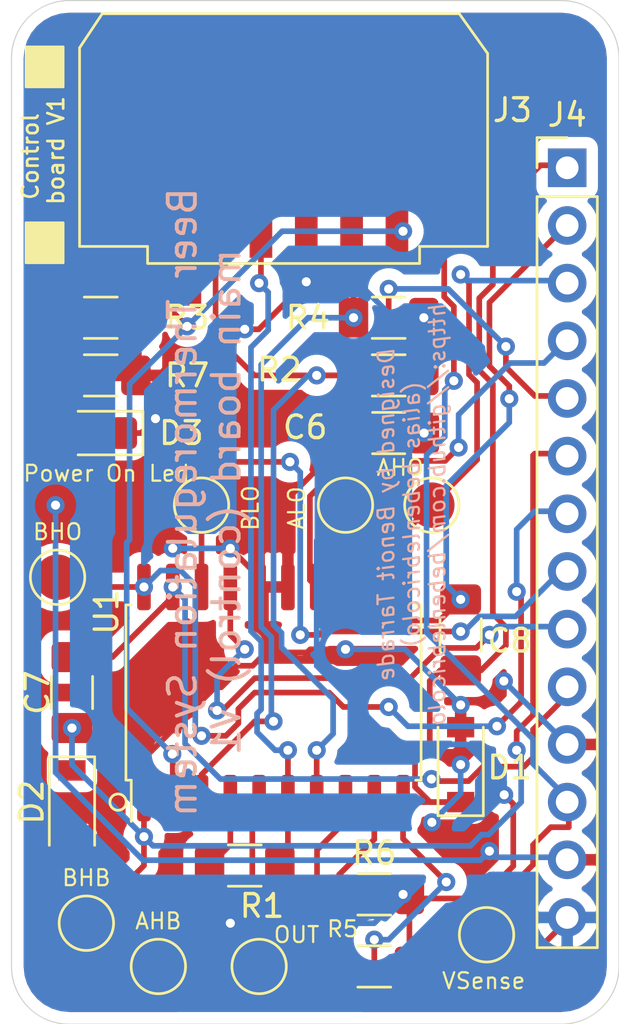
<source format=kicad_pcb>
(kicad_pcb (version 20171130) (host pcbnew 5.1.10)

  (general
    (thickness 1.6)
    (drawings 15)
    (tracks 365)
    (zones 0)
    (modules 24)
    (nets 22)
  )

  (page A4)
  (layers
    (0 F.Cu signal)
    (31 B.Cu signal)
    (32 B.Adhes user)
    (33 F.Adhes user)
    (34 B.Paste user)
    (35 F.Paste user)
    (36 B.SilkS user)
    (37 F.SilkS user)
    (38 B.Mask user)
    (39 F.Mask user)
    (40 Dwgs.User user)
    (41 Cmts.User user)
    (42 Eco1.User user)
    (43 Eco2.User user)
    (44 Edge.Cuts user)
    (45 Margin user)
    (46 B.CrtYd user)
    (47 F.CrtYd user)
    (48 B.Fab user hide)
    (49 F.Fab user hide)
  )

  (setup
    (last_trace_width 0.25)
    (trace_clearance 0.2)
    (zone_clearance 0.508)
    (zone_45_only no)
    (trace_min 0.2)
    (via_size 0.8)
    (via_drill 0.4)
    (via_min_size 0.4)
    (via_min_drill 0.3)
    (uvia_size 0.3)
    (uvia_drill 0.1)
    (uvias_allowed no)
    (uvia_min_size 0.2)
    (uvia_min_drill 0.1)
    (edge_width 0.05)
    (segment_width 0.2)
    (pcb_text_width 0.3)
    (pcb_text_size 1.5 1.5)
    (mod_edge_width 0.12)
    (mod_text_size 1 1)
    (mod_text_width 0.15)
    (pad_size 1.524 1.524)
    (pad_drill 0.762)
    (pad_to_mask_clearance 0)
    (aux_axis_origin 0 0)
    (visible_elements FFFFFF7F)
    (pcbplotparams
      (layerselection 0x010fc_ffffffff)
      (usegerberextensions false)
      (usegerberattributes true)
      (usegerberadvancedattributes true)
      (creategerberjobfile true)
      (excludeedgelayer true)
      (linewidth 0.100000)
      (plotframeref false)
      (viasonmask false)
      (mode 1)
      (useauxorigin false)
      (hpglpennumber 1)
      (hpglpenspeed 20)
      (hpglpendiameter 15.000000)
      (psnegative false)
      (psa4output false)
      (plotreference true)
      (plotvalue true)
      (plotinvisibletext false)
      (padsonsilk false)
      (subtractmaskfromsilk false)
      (outputformat 1)
      (mirror false)
      (drillshape 0)
      (scaleselection 1)
      (outputdirectory "Gerbers/ControlBoardV1"))
  )

  (net 0 "")
  (net 1 GND)
  (net 2 +12V)
  (net 3 /BHS)
  (net 4 /BHB)
  (net 5 /AHS)
  (net 6 /AHB)
  (net 7 "Net-(D3-Pad2)")
  (net 8 /VSense)
  (net 9 /IN-)
  (net 10 /IN+)
  (net 11 /Disable)
  (net 12 /HEN)
  (net 13 /BLS)
  (net 14 /BLO)
  (net 15 /BHO)
  (net 16 /ALS)
  (net 17 /ALO)
  (net 18 /AHO)
  (net 19 "Net-(R5-Pad1)")
  (net 20 "Net-(R6-Pad1)")
  (net 21 /OUT)

  (net_class Default "This is the default net class."
    (clearance 0.2)
    (trace_width 0.25)
    (via_dia 0.8)
    (via_drill 0.4)
    (uvia_dia 0.3)
    (uvia_drill 0.1)
    (add_net +12V)
    (add_net /AHB)
    (add_net /AHO)
    (add_net /AHS)
    (add_net /ALO)
    (add_net /ALS)
    (add_net /BHB)
    (add_net /BHO)
    (add_net /BHS)
    (add_net /BLO)
    (add_net /BLS)
    (add_net /Disable)
    (add_net /HEN)
    (add_net /IN+)
    (add_net /IN-)
    (add_net /OUT)
    (add_net /VSense)
    (add_net GND)
    (add_net "Net-(D3-Pad2)")
    (add_net "Net-(R5-Pad1)")
    (add_net "Net-(R6-Pad1)")
  )

  (module Connector_PinHeader_2.54mm:PinHeader_1x14_P2.54mm_Vertical (layer F.Cu) (tedit 59FED5CC) (tstamp 613AE4F9)
    (at 86.614 44.196)
    (descr "Through hole straight pin header, 1x14, 2.54mm pitch, single row")
    (tags "Through hole pin header THT 1x14 2.54mm single row")
    (path /613D9F9C)
    (fp_text reference J4 (at 0 -2.33) (layer F.SilkS)
      (effects (font (size 1 1) (thickness 0.15)))
    )
    (fp_text value Conn_01x14 (at 0 35.35) (layer F.Fab)
      (effects (font (size 1 1) (thickness 0.15)))
    )
    (fp_line (start 1.8 -1.8) (end -1.8 -1.8) (layer F.CrtYd) (width 0.05))
    (fp_line (start 1.8 34.8) (end 1.8 -1.8) (layer F.CrtYd) (width 0.05))
    (fp_line (start -1.8 34.8) (end 1.8 34.8) (layer F.CrtYd) (width 0.05))
    (fp_line (start -1.8 -1.8) (end -1.8 34.8) (layer F.CrtYd) (width 0.05))
    (fp_line (start -1.33 -1.33) (end 0 -1.33) (layer F.SilkS) (width 0.12))
    (fp_line (start -1.33 0) (end -1.33 -1.33) (layer F.SilkS) (width 0.12))
    (fp_line (start -1.33 1.27) (end 1.33 1.27) (layer F.SilkS) (width 0.12))
    (fp_line (start 1.33 1.27) (end 1.33 34.35) (layer F.SilkS) (width 0.12))
    (fp_line (start -1.33 1.27) (end -1.33 34.35) (layer F.SilkS) (width 0.12))
    (fp_line (start -1.33 34.35) (end 1.33 34.35) (layer F.SilkS) (width 0.12))
    (fp_line (start -1.27 -0.635) (end -0.635 -1.27) (layer F.Fab) (width 0.1))
    (fp_line (start -1.27 34.29) (end -1.27 -0.635) (layer F.Fab) (width 0.1))
    (fp_line (start 1.27 34.29) (end -1.27 34.29) (layer F.Fab) (width 0.1))
    (fp_line (start 1.27 -1.27) (end 1.27 34.29) (layer F.Fab) (width 0.1))
    (fp_line (start -0.635 -1.27) (end 1.27 -1.27) (layer F.Fab) (width 0.1))
    (fp_text user %R (at 0 16.51 90) (layer F.Fab)
      (effects (font (size 1 1) (thickness 0.15)))
    )
    (pad 14 thru_hole oval (at 0 33.02) (size 1.7 1.7) (drill 1) (layers *.Cu *.Mask)
      (net 1 GND))
    (pad 13 thru_hole oval (at 0 30.48) (size 1.7 1.7) (drill 1) (layers *.Cu *.Mask)
      (net 2 +12V))
    (pad 12 thru_hole oval (at 0 27.94) (size 1.7 1.7) (drill 1) (layers *.Cu *.Mask)
      (net 8 /VSense))
    (pad 11 thru_hole oval (at 0 25.4) (size 1.7 1.7) (drill 1) (layers *.Cu *.Mask)
      (net 2 +12V))
    (pad 10 thru_hole oval (at 0 22.86) (size 1.7 1.7) (drill 1) (layers *.Cu *.Mask)
      (net 3 /BHS))
    (pad 9 thru_hole oval (at 0 20.32) (size 1.7 1.7) (drill 1) (layers *.Cu *.Mask)
      (net 13 /BLS))
    (pad 8 thru_hole oval (at 0 17.78) (size 1.7 1.7) (drill 1) (layers *.Cu *.Mask)
      (net 14 /BLO))
    (pad 7 thru_hole oval (at 0 15.24) (size 1.7 1.7) (drill 1) (layers *.Cu *.Mask)
      (net 15 /BHO))
    (pad 6 thru_hole oval (at 0 12.7) (size 1.7 1.7) (drill 1) (layers *.Cu *.Mask)
      (net 4 /BHB))
    (pad 5 thru_hole oval (at 0 10.16) (size 1.7 1.7) (drill 1) (layers *.Cu *.Mask)
      (net 16 /ALS))
    (pad 4 thru_hole oval (at 0 7.62) (size 1.7 1.7) (drill 1) (layers *.Cu *.Mask)
      (net 17 /ALO))
    (pad 3 thru_hole oval (at 0 5.08) (size 1.7 1.7) (drill 1) (layers *.Cu *.Mask)
      (net 18 /AHO))
    (pad 2 thru_hole oval (at 0 2.54) (size 1.7 1.7) (drill 1) (layers *.Cu *.Mask)
      (net 5 /AHS))
    (pad 1 thru_hole rect (at 0 0) (size 1.7 1.7) (drill 1) (layers *.Cu *.Mask)
      (net 6 /AHB))
    (model ${KISYS3DMOD}/Connector_PinHeader_2.54mm.3dshapes/PinHeader_1x14_P2.54mm_Vertical.wrl
      (at (xyz 0 0 0))
      (scale (xyz 1 1 1))
      (rotate (xyz 0 0 0))
    )
  )

  (module PeltierSwitchingMainBoard_control:Molex_MicroLock_1.25_01x06 (layer F.Cu) (tedit 613A0AA5) (tstamp 613AC63A)
    (at 78.105 41.91 180)
    (path /61533EB5)
    (fp_text reference J3 (at -6.096 0.254 180) (layer F.SilkS)
      (effects (font (size 1 1) (thickness 0.15)))
    )
    (fp_text value "Molex Micro Lock (1.25mm 1.5A)" (at 3.25 6.5 180) (layer F.Fab)
      (effects (font (size 1 1) (thickness 0.15)))
    )
    (fp_poly (pts (xy -2.5 1) (xy -4.5 1) (xy -4.5 -3) (xy -2.5 -3)) (layer F.Cu) (width 0.1))
    (fp_line (start -4.25 -5) (end 12.25 -5) (layer Dwgs.User) (width 0.12))
    (fp_line (start 12.25 -5) (end 12.25 2.75) (layer Dwgs.User) (width 0.12))
    (fp_line (start 12.25 2.75) (end 11.5 3.75) (layer Dwgs.User) (width 0.12))
    (fp_line (start 11.5 3.75) (end -3.5 3.75) (layer Dwgs.User) (width 0.12))
    (fp_line (start -3.5 3.75) (end -4.25 2.75) (layer Dwgs.User) (width 0.12))
    (fp_line (start -4.25 2.75) (end -4.25 -5) (layer Dwgs.User) (width 0.12))
    (fp_poly (pts (xy 12.5 1) (xy 10.5 1) (xy 10.5 -3) (xy 12.5 -3)) (layer F.Cu) (width 0.1))
    (fp_line (start -5 -5.75) (end -2 -5.75) (layer F.SilkS) (width 0.12))
    (fp_line (start -2 -5.75) (end -2 -6.5) (layer F.SilkS) (width 0.12))
    (fp_line (start -2 -6.5) (end 10 -6.5) (layer F.SilkS) (width 0.12))
    (fp_line (start 10 -6.5) (end 10 -5.75) (layer F.SilkS) (width 0.12))
    (fp_line (start 10 -5.75) (end 13 -5.75) (layer F.SilkS) (width 0.12))
    (fp_line (start 13 -5.75) (end 13 3) (layer F.SilkS) (width 0.12))
    (fp_line (start 13 3) (end 12 4.5) (layer F.SilkS) (width 0.12))
    (fp_line (start 12 4.5) (end -3.75 4.5) (layer F.SilkS) (width 0.12))
    (fp_line (start -3.75 4.5) (end -5 2.75) (layer F.SilkS) (width 0.12))
    (fp_line (start -5 2.75) (end -5 -5.75) (layer F.SilkS) (width 0.12))
    (pad 6 smd rect (at 9 -5 180) (size 1 2.5) (layers F.Cu F.Paste F.Mask)
      (net 8 /VSense))
    (pad 5 smd rect (at 7 -5 180) (size 1 2.5) (layers F.Cu F.Paste F.Mask)
      (net 9 /IN-))
    (pad 4 smd rect (at 5 -5 180) (size 1 2.5) (layers F.Cu F.Paste F.Mask)
      (net 10 /IN+))
    (pad 3 smd rect (at 3 -5 180) (size 1 2.5) (layers F.Cu F.Paste F.Mask)
      (net 1 GND))
    (pad 2 smd rect (at 1 -5 180) (size 1 2.5) (layers F.Cu F.Paste F.Mask)
      (net 11 /Disable))
    (pad 1 smd rect (at -1 -5 180) (size 1 2.5) (layers F.Cu F.Paste F.Mask)
      (net 12 /HEN))
    (pad 7 smd rect (at -3.5 -1 180) (size 1.75 3.45) (layers F.Cu F.Paste F.Mask))
    (pad 7 smd rect (at 11.5 -1 180) (size 1.75 3.45) (layers F.Cu F.Paste F.Mask))
  )

  (module Package_SO:SOIC-20W_7.5x12.8mm_P1.27mm (layer F.Cu) (tedit 5D9F72B1) (tstamp 613A73DE)
    (at 73.66 67.31 90)
    (descr "SOIC, 20 Pin (JEDEC MS-013AC, https://www.analog.com/media/en/package-pcb-resources/package/233848rw_20.pdf), generated with kicad-footprint-generator ipc_gullwing_generator.py")
    (tags "SOIC SO")
    (path /6138A773)
    (attr smd)
    (fp_text reference U1 (at 3.556 -7.366 90) (layer F.SilkS)
      (effects (font (size 1 1) (thickness 0.15)))
    )
    (fp_text value HIP4080A (at 0 7.35 90) (layer F.Fab)
      (effects (font (size 1 1) (thickness 0.15)))
    )
    (fp_line (start 0 6.51) (end 3.86 6.51) (layer F.SilkS) (width 0.12))
    (fp_line (start 3.86 6.51) (end 3.86 6.275) (layer F.SilkS) (width 0.12))
    (fp_line (start 0 6.51) (end -3.86 6.51) (layer F.SilkS) (width 0.12))
    (fp_line (start -3.86 6.51) (end -3.86 6.275) (layer F.SilkS) (width 0.12))
    (fp_line (start 0 -6.51) (end 3.86 -6.51) (layer F.SilkS) (width 0.12))
    (fp_line (start 3.86 -6.51) (end 3.86 -6.275) (layer F.SilkS) (width 0.12))
    (fp_line (start 0 -6.51) (end -3.86 -6.51) (layer F.SilkS) (width 0.12))
    (fp_line (start -3.86 -6.51) (end -3.86 -6.275) (layer F.SilkS) (width 0.12))
    (fp_line (start -3.86 -6.275) (end -5.675 -6.275) (layer F.SilkS) (width 0.12))
    (fp_line (start -2.75 -6.4) (end 3.75 -6.4) (layer F.Fab) (width 0.1))
    (fp_line (start 3.75 -6.4) (end 3.75 6.4) (layer F.Fab) (width 0.1))
    (fp_line (start 3.75 6.4) (end -3.75 6.4) (layer F.Fab) (width 0.1))
    (fp_line (start -3.75 6.4) (end -3.75 -5.4) (layer F.Fab) (width 0.1))
    (fp_line (start -3.75 -5.4) (end -2.75 -6.4) (layer F.Fab) (width 0.1))
    (fp_line (start -5.93 -6.65) (end -5.93 6.65) (layer F.CrtYd) (width 0.05))
    (fp_line (start -5.93 6.65) (end 5.93 6.65) (layer F.CrtYd) (width 0.05))
    (fp_line (start 5.93 6.65) (end 5.93 -6.65) (layer F.CrtYd) (width 0.05))
    (fp_line (start 5.93 -6.65) (end -5.93 -6.65) (layer F.CrtYd) (width 0.05))
    (fp_text user %R (at 0 0 90) (layer F.Fab)
      (effects (font (size 1 1) (thickness 0.15)))
    )
    (pad 20 smd roundrect (at 4.65 -5.715 90) (size 2.05 0.6) (layers F.Cu F.Paste F.Mask) (roundrect_rratio 0.25)
      (net 15 /BHO))
    (pad 19 smd roundrect (at 4.65 -4.445 90) (size 2.05 0.6) (layers F.Cu F.Paste F.Mask) (roundrect_rratio 0.25)
      (net 3 /BHS))
    (pad 18 smd roundrect (at 4.65 -3.175 90) (size 2.05 0.6) (layers F.Cu F.Paste F.Mask) (roundrect_rratio 0.25)
      (net 14 /BLO))
    (pad 17 smd roundrect (at 4.65 -1.905 90) (size 2.05 0.6) (layers F.Cu F.Paste F.Mask) (roundrect_rratio 0.25)
      (net 13 /BLS))
    (pad 16 smd roundrect (at 4.65 -0.635 90) (size 2.05 0.6) (layers F.Cu F.Paste F.Mask) (roundrect_rratio 0.25)
      (net 2 +12V))
    (pad 15 smd roundrect (at 4.65 0.635 90) (size 2.05 0.6) (layers F.Cu F.Paste F.Mask) (roundrect_rratio 0.25)
      (net 2 +12V))
    (pad 14 smd roundrect (at 4.65 1.905 90) (size 2.05 0.6) (layers F.Cu F.Paste F.Mask) (roundrect_rratio 0.25)
      (net 16 /ALS))
    (pad 13 smd roundrect (at 4.65 3.175 90) (size 2.05 0.6) (layers F.Cu F.Paste F.Mask) (roundrect_rratio 0.25)
      (net 17 /ALO))
    (pad 12 smd roundrect (at 4.65 4.445 90) (size 2.05 0.6) (layers F.Cu F.Paste F.Mask) (roundrect_rratio 0.25)
      (net 5 /AHS))
    (pad 11 smd roundrect (at 4.65 5.715 90) (size 2.05 0.6) (layers F.Cu F.Paste F.Mask) (roundrect_rratio 0.25)
      (net 18 /AHO))
    (pad 10 smd roundrect (at -4.65 5.715 90) (size 2.05 0.6) (layers F.Cu F.Paste F.Mask) (roundrect_rratio 0.25)
      (net 6 /AHB))
    (pad 9 smd roundrect (at -4.65 4.445 90) (size 2.05 0.6) (layers F.Cu F.Paste F.Mask) (roundrect_rratio 0.25)
      (net 20 "Net-(R6-Pad1)"))
    (pad 8 smd roundrect (at -4.65 3.175 90) (size 2.05 0.6) (layers F.Cu F.Paste F.Mask) (roundrect_rratio 0.25)
      (net 19 "Net-(R5-Pad1)"))
    (pad 7 smd roundrect (at -4.65 1.905 90) (size 2.05 0.6) (layers F.Cu F.Paste F.Mask) (roundrect_rratio 0.25)
      (net 9 /IN-))
    (pad 6 smd roundrect (at -4.65 0.635 90) (size 2.05 0.6) (layers F.Cu F.Paste F.Mask) (roundrect_rratio 0.25)
      (net 10 /IN+))
    (pad 5 smd roundrect (at -4.65 -0.635 90) (size 2.05 0.6) (layers F.Cu F.Paste F.Mask) (roundrect_rratio 0.25)
      (net 21 /OUT))
    (pad 4 smd roundrect (at -4.65 -1.905 90) (size 2.05 0.6) (layers F.Cu F.Paste F.Mask) (roundrect_rratio 0.25)
      (net 1 GND))
    (pad 3 smd roundrect (at -4.65 -3.175 90) (size 2.05 0.6) (layers F.Cu F.Paste F.Mask) (roundrect_rratio 0.25)
      (net 11 /Disable))
    (pad 2 smd roundrect (at -4.65 -4.445 90) (size 2.05 0.6) (layers F.Cu F.Paste F.Mask) (roundrect_rratio 0.25)
      (net 12 /HEN))
    (pad 1 smd roundrect (at -4.65 -5.715 90) (size 2.05 0.6) (layers F.Cu F.Paste F.Mask) (roundrect_rratio 0.25)
      (net 4 /BHB))
    (model ${KISYS3DMOD}/Package_SO.3dshapes/SOIC-20W_7.5x12.8mm_P1.27mm.wrl
      (at (xyz 0 0 0))
      (scale (xyz 1 1 1))
      (rotate (xyz 0 0 0))
    )
  )

  (module TestPoint:TestPoint_Pad_D2.0mm (layer F.Cu) (tedit 5A0F774F) (tstamp 613ACA28)
    (at 73.025 79.375)
    (descr "SMD pad as test Point, diameter 2.0mm")
    (tags "test point SMD pad")
    (path /6141B844)
    (attr virtual)
    (fp_text reference OUT (at 1.651 -1.397) (layer F.SilkS)
      (effects (font (size 0.7 0.7) (thickness 0.1)))
    )
    (fp_text value TestPoint (at 0 2.05) (layer F.Fab)
      (effects (font (size 1 1) (thickness 0.15)))
    )
    (fp_circle (center 0 0) (end 1.5 0) (layer F.CrtYd) (width 0.05))
    (fp_circle (center 0 0) (end 0 1.2) (layer F.SilkS) (width 0.12))
    (fp_text user %R (at 0 -2) (layer F.Fab)
      (effects (font (size 1 1) (thickness 0.15)))
    )
    (pad 1 smd circle (at 0 0) (size 2 2) (layers F.Cu F.Mask)
      (net 21 /OUT))
  )

  (module TestPoint:TestPoint_Pad_D2.0mm (layer F.Cu) (tedit 5A0F774F) (tstamp 613B19B1)
    (at 83.058 77.978)
    (descr "SMD pad as test Point, diameter 2.0mm")
    (tags "test point SMD pad")
    (path /614AF99B)
    (attr virtual)
    (fp_text reference VSense (at -0.127 2.032) (layer F.SilkS)
      (effects (font (size 0.7 0.7) (thickness 0.1)))
    )
    (fp_text value TestPoint (at 0 2.05) (layer F.Fab)
      (effects (font (size 1 1) (thickness 0.15)))
    )
    (fp_circle (center 0 0) (end 1.5 0) (layer F.CrtYd) (width 0.05))
    (fp_circle (center 0 0) (end 0 1.2) (layer F.SilkS) (width 0.12))
    (fp_text user %R (at 0 -2) (layer F.Fab)
      (effects (font (size 1 1) (thickness 0.15)))
    )
    (pad 1 smd circle (at 0 0) (size 2 2) (layers F.Cu F.Mask)
      (net 8 /VSense))
  )

  (module TestPoint:TestPoint_Pad_D2.0mm (layer F.Cu) (tedit 5A0F774F) (tstamp 613A73A3)
    (at 65.405 77.47)
    (descr "SMD pad as test Point, diameter 2.0mm")
    (tags "test point SMD pad")
    (path /61491A2C)
    (attr virtual)
    (fp_text reference BHB (at 0 -1.998) (layer F.SilkS)
      (effects (font (size 0.7 0.7) (thickness 0.1)))
    )
    (fp_text value TestPoint (at 0 2.05) (layer F.Fab)
      (effects (font (size 1 1) (thickness 0.15)))
    )
    (fp_circle (center 0 0) (end 1.5 0) (layer F.CrtYd) (width 0.05))
    (fp_circle (center 0 0) (end 0 1.2) (layer F.SilkS) (width 0.12))
    (fp_text user %R (at 0 -2) (layer F.Fab)
      (effects (font (size 1 1) (thickness 0.15)))
    )
    (pad 1 smd circle (at 0 0) (size 2 2) (layers F.Cu F.Mask)
      (net 4 /BHB))
  )

  (module TestPoint:TestPoint_Pad_D2.0mm (layer F.Cu) (tedit 5A0F774F) (tstamp 613A739B)
    (at 68.58 79.375)
    (descr "SMD pad as test Point, diameter 2.0mm")
    (tags "test point SMD pad")
    (path /6148F5A0)
    (attr virtual)
    (fp_text reference AHB (at 0 -1.998) (layer F.SilkS)
      (effects (font (size 0.7 0.7) (thickness 0.1)))
    )
    (fp_text value TestPoint (at 0 2.05) (layer F.Fab)
      (effects (font (size 1 1) (thickness 0.15)))
    )
    (fp_circle (center 0 0) (end 1.5 0) (layer F.CrtYd) (width 0.05))
    (fp_circle (center 0 0) (end 0 1.2) (layer F.SilkS) (width 0.12))
    (fp_text user %R (at 0 -2) (layer F.Fab)
      (effects (font (size 1 1) (thickness 0.15)))
    )
    (pad 1 smd circle (at 0 0) (size 2 2) (layers F.Cu F.Mask)
      (net 6 /AHB))
  )

  (module TestPoint:TestPoint_Pad_D2.0mm (layer F.Cu) (tedit 5A0F774F) (tstamp 613A7393)
    (at 80.645 59.055)
    (descr "SMD pad as test Point, diameter 2.0mm")
    (tags "test point SMD pad")
    (path /6148CB4C)
    (attr virtual)
    (fp_text reference AHO (at -1.397 -1.651 180) (layer F.SilkS)
      (effects (font (size 0.7 0.7) (thickness 0.1)))
    )
    (fp_text value TestPoint (at 0 2.05) (layer F.Fab)
      (effects (font (size 1 1) (thickness 0.15)))
    )
    (fp_circle (center 0 0) (end 1.5 0) (layer F.CrtYd) (width 0.05))
    (fp_circle (center 0 0) (end 0 1.2) (layer F.SilkS) (width 0.12))
    (fp_text user %R (at 0 -2) (layer F.Fab)
      (effects (font (size 1 1) (thickness 0.15)))
    )
    (pad 1 smd circle (at 0 0) (size 2 2) (layers F.Cu F.Mask)
      (net 18 /AHO))
  )

  (module TestPoint:TestPoint_Pad_D2.0mm (layer F.Cu) (tedit 5A0F774F) (tstamp 613A738B)
    (at 76.835 59.055)
    (descr "SMD pad as test Point, diameter 2.0mm")
    (tags "test point SMD pad")
    (path /6148A4E0)
    (attr virtual)
    (fp_text reference ALO (at -2.159 0.127 90) (layer F.SilkS)
      (effects (font (size 0.7 0.7) (thickness 0.1)))
    )
    (fp_text value TestPoint (at 0 2.05) (layer F.Fab)
      (effects (font (size 1 1) (thickness 0.15)))
    )
    (fp_circle (center 0 0) (end 1.5 0) (layer F.CrtYd) (width 0.05))
    (fp_circle (center 0 0) (end 0 1.2) (layer F.SilkS) (width 0.12))
    (fp_text user %R (at 0 -2) (layer F.Fab)
      (effects (font (size 1 1) (thickness 0.15)))
    )
    (pad 1 smd circle (at 0 0) (size 2 2) (layers F.Cu F.Mask)
      (net 17 /ALO))
  )

  (module TestPoint:TestPoint_Pad_D2.0mm (layer F.Cu) (tedit 5A0F774F) (tstamp 613A7383)
    (at 70.485 59.055)
    (descr "SMD pad as test Point, diameter 2.0mm")
    (tags "test point SMD pad")
    (path /61487EEE)
    (attr virtual)
    (fp_text reference BLO (at 2.159 0.127 90) (layer F.SilkS)
      (effects (font (size 0.7 0.7) (thickness 0.1)))
    )
    (fp_text value TestPoint (at 0 2.05) (layer F.Fab)
      (effects (font (size 1 1) (thickness 0.15)))
    )
    (fp_circle (center 0 0) (end 1.5 0) (layer F.CrtYd) (width 0.05))
    (fp_circle (center 0 0) (end 0 1.2) (layer F.SilkS) (width 0.12))
    (fp_text user %R (at 0 -2) (layer F.Fab)
      (effects (font (size 1 1) (thickness 0.15)))
    )
    (pad 1 smd circle (at 0 0) (size 2 2) (layers F.Cu F.Mask)
      (net 14 /BLO))
  )

  (module TestPoint:TestPoint_Pad_D2.0mm (layer F.Cu) (tedit 5A0F774F) (tstamp 613A737B)
    (at 64.135 62.23)
    (descr "SMD pad as test Point, diameter 2.0mm")
    (tags "test point SMD pad")
    (path /61485E54)
    (attr virtual)
    (fp_text reference BHO (at 0 -1.998) (layer F.SilkS)
      (effects (font (size 0.7 0.7) (thickness 0.1)))
    )
    (fp_text value TestPoint (at 0 2.05) (layer F.Fab)
      (effects (font (size 1 1) (thickness 0.15)))
    )
    (fp_circle (center 0 0) (end 1.5 0) (layer F.CrtYd) (width 0.05))
    (fp_circle (center 0 0) (end 0 1.2) (layer F.SilkS) (width 0.12))
    (fp_text user %R (at 0 -2) (layer F.Fab)
      (effects (font (size 1 1) (thickness 0.15)))
    )
    (pad 1 smd circle (at 0 0) (size 2 2) (layers F.Cu F.Mask)
      (net 15 /BHO))
  )

  (module Resistor_SMD:R_1206_3216Metric_Pad1.30x1.75mm_HandSolder (layer F.Cu) (tedit 5F68FEEE) (tstamp 613AC794)
    (at 66.04 53.34 180)
    (descr "Resistor SMD 1206 (3216 Metric), square (rectangular) end terminal, IPC_7351 nominal with elongated pad for handsoldering. (Body size source: IPC-SM-782 page 72, https://www.pcb-3d.com/wordpress/wp-content/uploads/ipc-sm-782a_amendment_1_and_2.pdf), generated with kicad-footprint-generator")
    (tags "resistor handsolder")
    (path /613FDCC4)
    (attr smd)
    (fp_text reference R7 (at -3.81 0) (layer F.SilkS)
      (effects (font (size 1 1) (thickness 0.15)))
    )
    (fp_text value 1k (at 0 1.82) (layer F.Fab)
      (effects (font (size 1 1) (thickness 0.15)))
    )
    (fp_line (start -1.6 0.8) (end -1.6 -0.8) (layer F.Fab) (width 0.1))
    (fp_line (start -1.6 -0.8) (end 1.6 -0.8) (layer F.Fab) (width 0.1))
    (fp_line (start 1.6 -0.8) (end 1.6 0.8) (layer F.Fab) (width 0.1))
    (fp_line (start 1.6 0.8) (end -1.6 0.8) (layer F.Fab) (width 0.1))
    (fp_line (start -0.727064 -0.91) (end 0.727064 -0.91) (layer F.SilkS) (width 0.12))
    (fp_line (start -0.727064 0.91) (end 0.727064 0.91) (layer F.SilkS) (width 0.12))
    (fp_line (start -2.45 1.12) (end -2.45 -1.12) (layer F.CrtYd) (width 0.05))
    (fp_line (start -2.45 -1.12) (end 2.45 -1.12) (layer F.CrtYd) (width 0.05))
    (fp_line (start 2.45 -1.12) (end 2.45 1.12) (layer F.CrtYd) (width 0.05))
    (fp_line (start 2.45 1.12) (end -2.45 1.12) (layer F.CrtYd) (width 0.05))
    (fp_text user %R (at 0 0) (layer F.Fab)
      (effects (font (size 0.8 0.8) (thickness 0.12)))
    )
    (pad 2 smd roundrect (at 1.55 0 180) (size 1.3 1.75) (layers F.Cu F.Paste F.Mask) (roundrect_rratio 0.1923069230769231)
      (net 7 "Net-(D3-Pad2)"))
    (pad 1 smd roundrect (at -1.55 0 180) (size 1.3 1.75) (layers F.Cu F.Paste F.Mask) (roundrect_rratio 0.1923069230769231)
      (net 2 +12V))
    (model ${KISYS3DMOD}/Resistor_SMD.3dshapes/R_1206_3216Metric.wrl
      (at (xyz 0 0 0))
      (scale (xyz 1 1 1))
      (rotate (xyz 0 0 0))
    )
  )

  (module Resistor_SMD:R_1206_3216Metric_Pad1.30x1.75mm_HandSolder (layer F.Cu) (tedit 5F68FEEE) (tstamp 613A7B70)
    (at 78.105 76.2)
    (descr "Resistor SMD 1206 (3216 Metric), square (rectangular) end terminal, IPC_7351 nominal with elongated pad for handsoldering. (Body size source: IPC-SM-782 page 72, https://www.pcb-3d.com/wordpress/wp-content/uploads/ipc-sm-782a_amendment_1_and_2.pdf), generated with kicad-footprint-generator")
    (tags "resistor handsolder")
    (path /613AFD33)
    (attr smd)
    (fp_text reference R6 (at 0 -1.82) (layer F.SilkS)
      (effects (font (size 1 1) (thickness 0.15)))
    )
    (fp_text value 10k (at 0 1.82) (layer F.Fab)
      (effects (font (size 1 1) (thickness 0.15)))
    )
    (fp_line (start -1.6 0.8) (end -1.6 -0.8) (layer F.Fab) (width 0.1))
    (fp_line (start -1.6 -0.8) (end 1.6 -0.8) (layer F.Fab) (width 0.1))
    (fp_line (start 1.6 -0.8) (end 1.6 0.8) (layer F.Fab) (width 0.1))
    (fp_line (start 1.6 0.8) (end -1.6 0.8) (layer F.Fab) (width 0.1))
    (fp_line (start -0.727064 -0.91) (end 0.727064 -0.91) (layer F.SilkS) (width 0.12))
    (fp_line (start -0.727064 0.91) (end 0.727064 0.91) (layer F.SilkS) (width 0.12))
    (fp_line (start -2.45 1.12) (end -2.45 -1.12) (layer F.CrtYd) (width 0.05))
    (fp_line (start -2.45 -1.12) (end 2.45 -1.12) (layer F.CrtYd) (width 0.05))
    (fp_line (start 2.45 -1.12) (end 2.45 1.12) (layer F.CrtYd) (width 0.05))
    (fp_line (start 2.45 1.12) (end -2.45 1.12) (layer F.CrtYd) (width 0.05))
    (fp_text user %R (at 0 0) (layer F.Fab)
      (effects (font (size 0.8 0.8) (thickness 0.12)))
    )
    (pad 2 smd roundrect (at 1.55 0) (size 1.3 1.75) (layers F.Cu F.Paste F.Mask) (roundrect_rratio 0.1923069230769231)
      (net 1 GND))
    (pad 1 smd roundrect (at -1.55 0) (size 1.3 1.75) (layers F.Cu F.Paste F.Mask) (roundrect_rratio 0.1923069230769231)
      (net 20 "Net-(R6-Pad1)"))
    (model ${KISYS3DMOD}/Resistor_SMD.3dshapes/R_1206_3216Metric.wrl
      (at (xyz 0 0 0))
      (scale (xyz 1 1 1))
      (rotate (xyz 0 0 0))
    )
  )

  (module Resistor_SMD:R_1206_3216Metric_Pad1.30x1.75mm_HandSolder (layer F.Cu) (tedit 5F68FEEE) (tstamp 613AC95E)
    (at 78.105 79.375)
    (descr "Resistor SMD 1206 (3216 Metric), square (rectangular) end terminal, IPC_7351 nominal with elongated pad for handsoldering. (Body size source: IPC-SM-782 page 72, https://www.pcb-3d.com/wordpress/wp-content/uploads/ipc-sm-782a_amendment_1_and_2.pdf), generated with kicad-footprint-generator")
    (tags "resistor handsolder")
    (path /613AF080)
    (attr smd)
    (fp_text reference R5 (at -1.397 -1.651) (layer F.SilkS)
      (effects (font (size 0.7 0.7) (thickness 0.1)))
    )
    (fp_text value 10k (at 0 1.82) (layer F.Fab)
      (effects (font (size 1 1) (thickness 0.15)))
    )
    (fp_line (start -1.6 0.8) (end -1.6 -0.8) (layer F.Fab) (width 0.1))
    (fp_line (start -1.6 -0.8) (end 1.6 -0.8) (layer F.Fab) (width 0.1))
    (fp_line (start 1.6 -0.8) (end 1.6 0.8) (layer F.Fab) (width 0.1))
    (fp_line (start 1.6 0.8) (end -1.6 0.8) (layer F.Fab) (width 0.1))
    (fp_line (start -0.727064 -0.91) (end 0.727064 -0.91) (layer F.SilkS) (width 0.12))
    (fp_line (start -0.727064 0.91) (end 0.727064 0.91) (layer F.SilkS) (width 0.12))
    (fp_line (start -2.45 1.12) (end -2.45 -1.12) (layer F.CrtYd) (width 0.05))
    (fp_line (start -2.45 -1.12) (end 2.45 -1.12) (layer F.CrtYd) (width 0.05))
    (fp_line (start 2.45 -1.12) (end 2.45 1.12) (layer F.CrtYd) (width 0.05))
    (fp_line (start 2.45 1.12) (end -2.45 1.12) (layer F.CrtYd) (width 0.05))
    (fp_text user %R (at 0 0) (layer F.Fab)
      (effects (font (size 0.8 0.8) (thickness 0.12)))
    )
    (pad 2 smd roundrect (at 1.55 0) (size 1.3 1.75) (layers F.Cu F.Paste F.Mask) (roundrect_rratio 0.1923069230769231)
      (net 1 GND))
    (pad 1 smd roundrect (at -1.55 0) (size 1.3 1.75) (layers F.Cu F.Paste F.Mask) (roundrect_rratio 0.1923069230769231)
      (net 19 "Net-(R5-Pad1)"))
    (model ${KISYS3DMOD}/Resistor_SMD.3dshapes/R_1206_3216Metric.wrl
      (at (xyz 0 0 0))
      (scale (xyz 1 1 1))
      (rotate (xyz 0 0 0))
    )
  )

  (module Resistor_SMD:R_1206_3216Metric_Pad1.30x1.75mm_HandSolder (layer F.Cu) (tedit 5F68FEEE) (tstamp 613A7340)
    (at 78.74 50.8)
    (descr "Resistor SMD 1206 (3216 Metric), square (rectangular) end terminal, IPC_7351 nominal with elongated pad for handsoldering. (Body size source: IPC-SM-782 page 72, https://www.pcb-3d.com/wordpress/wp-content/uploads/ipc-sm-782a_amendment_1_and_2.pdf), generated with kicad-footprint-generator")
    (tags "resistor handsolder")
    (path /613FCDD9)
    (attr smd)
    (fp_text reference R4 (at -3.556 0) (layer F.SilkS)
      (effects (font (size 1 1) (thickness 0.15)))
    )
    (fp_text value 56k (at 0 1.82) (layer F.Fab)
      (effects (font (size 1 1) (thickness 0.15)))
    )
    (fp_line (start -1.6 0.8) (end -1.6 -0.8) (layer F.Fab) (width 0.1))
    (fp_line (start -1.6 -0.8) (end 1.6 -0.8) (layer F.Fab) (width 0.1))
    (fp_line (start 1.6 -0.8) (end 1.6 0.8) (layer F.Fab) (width 0.1))
    (fp_line (start 1.6 0.8) (end -1.6 0.8) (layer F.Fab) (width 0.1))
    (fp_line (start -0.727064 -0.91) (end 0.727064 -0.91) (layer F.SilkS) (width 0.12))
    (fp_line (start -0.727064 0.91) (end 0.727064 0.91) (layer F.SilkS) (width 0.12))
    (fp_line (start -2.45 1.12) (end -2.45 -1.12) (layer F.CrtYd) (width 0.05))
    (fp_line (start -2.45 -1.12) (end 2.45 -1.12) (layer F.CrtYd) (width 0.05))
    (fp_line (start 2.45 -1.12) (end 2.45 1.12) (layer F.CrtYd) (width 0.05))
    (fp_line (start 2.45 1.12) (end -2.45 1.12) (layer F.CrtYd) (width 0.05))
    (fp_text user %R (at 0 0) (layer F.Fab)
      (effects (font (size 0.8 0.8) (thickness 0.12)))
    )
    (pad 2 smd roundrect (at 1.55 0) (size 1.3 1.75) (layers F.Cu F.Paste F.Mask) (roundrect_rratio 0.1923069230769231)
      (net 1 GND))
    (pad 1 smd roundrect (at -1.55 0) (size 1.3 1.75) (layers F.Cu F.Paste F.Mask) (roundrect_rratio 0.1923069230769231)
      (net 11 /Disable))
    (model ${KISYS3DMOD}/Resistor_SMD.3dshapes/R_1206_3216Metric.wrl
      (at (xyz 0 0 0))
      (scale (xyz 1 1 1))
      (rotate (xyz 0 0 0))
    )
  )

  (module Resistor_SMD:R_1206_3216Metric_Pad1.30x1.75mm_HandSolder (layer F.Cu) (tedit 5F68FEEE) (tstamp 613A732F)
    (at 66.04 50.8 180)
    (descr "Resistor SMD 1206 (3216 Metric), square (rectangular) end terminal, IPC_7351 nominal with elongated pad for handsoldering. (Body size source: IPC-SM-782 page 72, https://www.pcb-3d.com/wordpress/wp-content/uploads/ipc-sm-782a_amendment_1_and_2.pdf), generated with kicad-footprint-generator")
    (tags "resistor handsolder")
    (path /6140121D)
    (attr smd)
    (fp_text reference R3 (at -3.81 0) (layer F.SilkS)
      (effects (font (size 1 1) (thickness 0.15)))
    )
    (fp_text value 10k (at 0 1.82) (layer F.Fab)
      (effects (font (size 1 1) (thickness 0.15)))
    )
    (fp_line (start -1.6 0.8) (end -1.6 -0.8) (layer F.Fab) (width 0.1))
    (fp_line (start -1.6 -0.8) (end 1.6 -0.8) (layer F.Fab) (width 0.1))
    (fp_line (start 1.6 -0.8) (end 1.6 0.8) (layer F.Fab) (width 0.1))
    (fp_line (start 1.6 0.8) (end -1.6 0.8) (layer F.Fab) (width 0.1))
    (fp_line (start -0.727064 -0.91) (end 0.727064 -0.91) (layer F.SilkS) (width 0.12))
    (fp_line (start -0.727064 0.91) (end 0.727064 0.91) (layer F.SilkS) (width 0.12))
    (fp_line (start -2.45 1.12) (end -2.45 -1.12) (layer F.CrtYd) (width 0.05))
    (fp_line (start -2.45 -1.12) (end 2.45 -1.12) (layer F.CrtYd) (width 0.05))
    (fp_line (start 2.45 -1.12) (end 2.45 1.12) (layer F.CrtYd) (width 0.05))
    (fp_line (start 2.45 1.12) (end -2.45 1.12) (layer F.CrtYd) (width 0.05))
    (fp_text user %R (at 0 0) (layer F.Fab)
      (effects (font (size 0.8 0.8) (thickness 0.12)))
    )
    (pad 2 smd roundrect (at 1.55 0 180) (size 1.3 1.75) (layers F.Cu F.Paste F.Mask) (roundrect_rratio 0.1923069230769231)
      (net 12 /HEN))
    (pad 1 smd roundrect (at -1.55 0 180) (size 1.3 1.75) (layers F.Cu F.Paste F.Mask) (roundrect_rratio 0.1923069230769231)
      (net 2 +12V))
    (model ${KISYS3DMOD}/Resistor_SMD.3dshapes/R_1206_3216Metric.wrl
      (at (xyz 0 0 0))
      (scale (xyz 1 1 1))
      (rotate (xyz 0 0 0))
    )
  )

  (module Resistor_SMD:R_1206_3216Metric_Pad1.30x1.75mm_HandSolder (layer F.Cu) (tedit 5F68FEEE) (tstamp 613A731E)
    (at 78.74 53.34)
    (descr "Resistor SMD 1206 (3216 Metric), square (rectangular) end terminal, IPC_7351 nominal with elongated pad for handsoldering. (Body size source: IPC-SM-782 page 72, https://www.pcb-3d.com/wordpress/wp-content/uploads/ipc-sm-782a_amendment_1_and_2.pdf), generated with kicad-footprint-generator")
    (tags "resistor handsolder")
    (path /6140FCB7)
    (attr smd)
    (fp_text reference R2 (at -4.826 -0.254) (layer F.SilkS)
      (effects (font (size 1 1) (thickness 0.15)))
    )
    (fp_text value 10k (at 0 1.82) (layer F.Fab)
      (effects (font (size 1 1) (thickness 0.15)))
    )
    (fp_line (start -1.6 0.8) (end -1.6 -0.8) (layer F.Fab) (width 0.1))
    (fp_line (start -1.6 -0.8) (end 1.6 -0.8) (layer F.Fab) (width 0.1))
    (fp_line (start 1.6 -0.8) (end 1.6 0.8) (layer F.Fab) (width 0.1))
    (fp_line (start 1.6 0.8) (end -1.6 0.8) (layer F.Fab) (width 0.1))
    (fp_line (start -0.727064 -0.91) (end 0.727064 -0.91) (layer F.SilkS) (width 0.12))
    (fp_line (start -0.727064 0.91) (end 0.727064 0.91) (layer F.SilkS) (width 0.12))
    (fp_line (start -2.45 1.12) (end -2.45 -1.12) (layer F.CrtYd) (width 0.05))
    (fp_line (start -2.45 -1.12) (end 2.45 -1.12) (layer F.CrtYd) (width 0.05))
    (fp_line (start 2.45 -1.12) (end 2.45 1.12) (layer F.CrtYd) (width 0.05))
    (fp_line (start 2.45 1.12) (end -2.45 1.12) (layer F.CrtYd) (width 0.05))
    (fp_text user %R (at 0 0) (layer F.Fab)
      (effects (font (size 0.8 0.8) (thickness 0.12)))
    )
    (pad 2 smd roundrect (at 1.55 0) (size 1.3 1.75) (layers F.Cu F.Paste F.Mask) (roundrect_rratio 0.1923069230769231)
      (net 1 GND))
    (pad 1 smd roundrect (at -1.55 0) (size 1.3 1.75) (layers F.Cu F.Paste F.Mask) (roundrect_rratio 0.1923069230769231)
      (net 9 /IN-))
    (model ${KISYS3DMOD}/Resistor_SMD.3dshapes/R_1206_3216Metric.wrl
      (at (xyz 0 0 0))
      (scale (xyz 1 1 1))
      (rotate (xyz 0 0 0))
    )
  )

  (module Resistor_SMD:R_1206_3216Metric_Pad1.30x1.75mm_HandSolder (layer F.Cu) (tedit 5F68FEEE) (tstamp 613A730D)
    (at 72.39 74.93 180)
    (descr "Resistor SMD 1206 (3216 Metric), square (rectangular) end terminal, IPC_7351 nominal with elongated pad for handsoldering. (Body size source: IPC-SM-782 page 72, https://www.pcb-3d.com/wordpress/wp-content/uploads/ipc-sm-782a_amendment_1_and_2.pdf), generated with kicad-footprint-generator")
    (tags "resistor handsolder")
    (path /61410B14)
    (attr smd)
    (fp_text reference R1 (at -0.762 -1.778) (layer F.SilkS)
      (effects (font (size 1 1) (thickness 0.15)))
    )
    (fp_text value 10k (at 0 1.82) (layer F.Fab)
      (effects (font (size 1 1) (thickness 0.15)))
    )
    (fp_line (start -1.6 0.8) (end -1.6 -0.8) (layer F.Fab) (width 0.1))
    (fp_line (start -1.6 -0.8) (end 1.6 -0.8) (layer F.Fab) (width 0.1))
    (fp_line (start 1.6 -0.8) (end 1.6 0.8) (layer F.Fab) (width 0.1))
    (fp_line (start 1.6 0.8) (end -1.6 0.8) (layer F.Fab) (width 0.1))
    (fp_line (start -0.727064 -0.91) (end 0.727064 -0.91) (layer F.SilkS) (width 0.12))
    (fp_line (start -0.727064 0.91) (end 0.727064 0.91) (layer F.SilkS) (width 0.12))
    (fp_line (start -2.45 1.12) (end -2.45 -1.12) (layer F.CrtYd) (width 0.05))
    (fp_line (start -2.45 -1.12) (end 2.45 -1.12) (layer F.CrtYd) (width 0.05))
    (fp_line (start 2.45 -1.12) (end 2.45 1.12) (layer F.CrtYd) (width 0.05))
    (fp_line (start 2.45 1.12) (end -2.45 1.12) (layer F.CrtYd) (width 0.05))
    (fp_text user %R (at 0 0) (layer F.Fab)
      (effects (font (size 0.8 0.8) (thickness 0.12)))
    )
    (pad 2 smd roundrect (at 1.55 0 180) (size 1.3 1.75) (layers F.Cu F.Paste F.Mask) (roundrect_rratio 0.1923069230769231)
      (net 1 GND))
    (pad 1 smd roundrect (at -1.55 0 180) (size 1.3 1.75) (layers F.Cu F.Paste F.Mask) (roundrect_rratio 0.1923069230769231)
      (net 10 /IN+))
    (model ${KISYS3DMOD}/Resistor_SMD.3dshapes/R_1206_3216Metric.wrl
      (at (xyz 0 0 0))
      (scale (xyz 1 1 1))
      (rotate (xyz 0 0 0))
    )
  )

  (module LED_SMD:LED_0805_2012Metric_Pad1.15x1.40mm_HandSolder (layer F.Cu) (tedit 5F68FEF1) (tstamp 613A72CA)
    (at 66.04 55.88 180)
    (descr "LED SMD 0805 (2012 Metric), square (rectangular) end terminal, IPC_7351 nominal, (Body size source: https://docs.google.com/spreadsheets/d/1BsfQQcO9C6DZCsRaXUlFlo91Tg2WpOkGARC1WS5S8t0/edit?usp=sharing), generated with kicad-footprint-generator")
    (tags "LED handsolder")
    (path /61400AFF)
    (attr smd)
    (fp_text reference D3 (at -3.556 0) (layer F.SilkS)
      (effects (font (size 1 1) (thickness 0.15)))
    )
    (fp_text value PowerOn (at 0 1.65) (layer F.Fab)
      (effects (font (size 1 1) (thickness 0.15)))
    )
    (fp_line (start 1 -0.6) (end -0.7 -0.6) (layer F.Fab) (width 0.1))
    (fp_line (start -0.7 -0.6) (end -1 -0.3) (layer F.Fab) (width 0.1))
    (fp_line (start -1 -0.3) (end -1 0.6) (layer F.Fab) (width 0.1))
    (fp_line (start -1 0.6) (end 1 0.6) (layer F.Fab) (width 0.1))
    (fp_line (start 1 0.6) (end 1 -0.6) (layer F.Fab) (width 0.1))
    (fp_line (start 1 -0.96) (end -1.86 -0.96) (layer F.SilkS) (width 0.12))
    (fp_line (start -1.86 -0.96) (end -1.86 0.96) (layer F.SilkS) (width 0.12))
    (fp_line (start -1.86 0.96) (end 1 0.96) (layer F.SilkS) (width 0.12))
    (fp_line (start -1.85 0.95) (end -1.85 -0.95) (layer F.CrtYd) (width 0.05))
    (fp_line (start -1.85 -0.95) (end 1.85 -0.95) (layer F.CrtYd) (width 0.05))
    (fp_line (start 1.85 -0.95) (end 1.85 0.95) (layer F.CrtYd) (width 0.05))
    (fp_line (start 1.85 0.95) (end -1.85 0.95) (layer F.CrtYd) (width 0.05))
    (fp_text user %R (at 0 0) (layer F.Fab)
      (effects (font (size 0.5 0.5) (thickness 0.08)))
    )
    (pad 2 smd roundrect (at 1.025 0 180) (size 1.15 1.4) (layers F.Cu F.Paste F.Mask) (roundrect_rratio 0.2173904347826087)
      (net 7 "Net-(D3-Pad2)"))
    (pad 1 smd roundrect (at -1.025 0 180) (size 1.15 1.4) (layers F.Cu F.Paste F.Mask) (roundrect_rratio 0.2173904347826087)
      (net 1 GND))
    (model ${KISYS3DMOD}/LED_SMD.3dshapes/LED_0805_2012Metric.wrl
      (at (xyz 0 0 0))
      (scale (xyz 1 1 1))
      (rotate (xyz 0 0 0))
    )
  )

  (module Diode_SMD:D_SOD-123 (layer F.Cu) (tedit 58645DC7) (tstamp 613A72B7)
    (at 64.77 72.39 270)
    (descr SOD-123)
    (tags SOD-123)
    (path /613A0E63)
    (attr smd)
    (fp_text reference D2 (at -0.254 1.778 270) (layer F.SilkS)
      (effects (font (size 1 1) (thickness 0.15)))
    )
    (fp_text value 1N4148W (at 0 2.1 90) (layer F.Fab)
      (effects (font (size 1 1) (thickness 0.15)))
    )
    (fp_line (start -2.25 -1) (end -2.25 1) (layer F.SilkS) (width 0.12))
    (fp_line (start 0.25 0) (end 0.75 0) (layer F.Fab) (width 0.1))
    (fp_line (start 0.25 0.4) (end -0.35 0) (layer F.Fab) (width 0.1))
    (fp_line (start 0.25 -0.4) (end 0.25 0.4) (layer F.Fab) (width 0.1))
    (fp_line (start -0.35 0) (end 0.25 -0.4) (layer F.Fab) (width 0.1))
    (fp_line (start -0.35 0) (end -0.35 0.55) (layer F.Fab) (width 0.1))
    (fp_line (start -0.35 0) (end -0.35 -0.55) (layer F.Fab) (width 0.1))
    (fp_line (start -0.75 0) (end -0.35 0) (layer F.Fab) (width 0.1))
    (fp_line (start -1.4 0.9) (end -1.4 -0.9) (layer F.Fab) (width 0.1))
    (fp_line (start 1.4 0.9) (end -1.4 0.9) (layer F.Fab) (width 0.1))
    (fp_line (start 1.4 -0.9) (end 1.4 0.9) (layer F.Fab) (width 0.1))
    (fp_line (start -1.4 -0.9) (end 1.4 -0.9) (layer F.Fab) (width 0.1))
    (fp_line (start -2.35 -1.15) (end 2.35 -1.15) (layer F.CrtYd) (width 0.05))
    (fp_line (start 2.35 -1.15) (end 2.35 1.15) (layer F.CrtYd) (width 0.05))
    (fp_line (start 2.35 1.15) (end -2.35 1.15) (layer F.CrtYd) (width 0.05))
    (fp_line (start -2.35 -1.15) (end -2.35 1.15) (layer F.CrtYd) (width 0.05))
    (fp_line (start -2.25 1) (end 1.65 1) (layer F.SilkS) (width 0.12))
    (fp_line (start -2.25 -1) (end 1.65 -1) (layer F.SilkS) (width 0.12))
    (fp_text user %R (at 0 -2 90) (layer F.Fab)
      (effects (font (size 1 1) (thickness 0.15)))
    )
    (pad 2 smd rect (at 1.65 0 270) (size 0.9 1.2) (layers F.Cu F.Paste F.Mask)
      (net 2 +12V))
    (pad 1 smd rect (at -1.65 0 270) (size 0.9 1.2) (layers F.Cu F.Paste F.Mask)
      (net 4 /BHB))
    (model ${KISYS3DMOD}/Diode_SMD.3dshapes/D_SOD-123.wrl
      (at (xyz 0 0 0))
      (scale (xyz 1 1 1))
      (rotate (xyz 0 0 0))
    )
  )

  (module Diode_SMD:D_SOD-123 (layer F.Cu) (tedit 58645DC7) (tstamp 613A7C81)
    (at 81.915 70.485 90)
    (descr SOD-123)
    (tags SOD-123)
    (path /613B3751)
    (attr smd)
    (fp_text reference D1 (at -0.127 2.159 180) (layer F.SilkS)
      (effects (font (size 1 1) (thickness 0.15)))
    )
    (fp_text value 1N4148W (at 0 2.1 90) (layer F.Fab)
      (effects (font (size 1 1) (thickness 0.15)))
    )
    (fp_line (start -2.25 -1) (end -2.25 1) (layer F.SilkS) (width 0.12))
    (fp_line (start 0.25 0) (end 0.75 0) (layer F.Fab) (width 0.1))
    (fp_line (start 0.25 0.4) (end -0.35 0) (layer F.Fab) (width 0.1))
    (fp_line (start 0.25 -0.4) (end 0.25 0.4) (layer F.Fab) (width 0.1))
    (fp_line (start -0.35 0) (end 0.25 -0.4) (layer F.Fab) (width 0.1))
    (fp_line (start -0.35 0) (end -0.35 0.55) (layer F.Fab) (width 0.1))
    (fp_line (start -0.35 0) (end -0.35 -0.55) (layer F.Fab) (width 0.1))
    (fp_line (start -0.75 0) (end -0.35 0) (layer F.Fab) (width 0.1))
    (fp_line (start -1.4 0.9) (end -1.4 -0.9) (layer F.Fab) (width 0.1))
    (fp_line (start 1.4 0.9) (end -1.4 0.9) (layer F.Fab) (width 0.1))
    (fp_line (start 1.4 -0.9) (end 1.4 0.9) (layer F.Fab) (width 0.1))
    (fp_line (start -1.4 -0.9) (end 1.4 -0.9) (layer F.Fab) (width 0.1))
    (fp_line (start -2.35 -1.15) (end 2.35 -1.15) (layer F.CrtYd) (width 0.05))
    (fp_line (start 2.35 -1.15) (end 2.35 1.15) (layer F.CrtYd) (width 0.05))
    (fp_line (start 2.35 1.15) (end -2.35 1.15) (layer F.CrtYd) (width 0.05))
    (fp_line (start -2.35 -1.15) (end -2.35 1.15) (layer F.CrtYd) (width 0.05))
    (fp_line (start -2.25 1) (end 1.65 1) (layer F.SilkS) (width 0.12))
    (fp_line (start -2.25 -1) (end 1.65 -1) (layer F.SilkS) (width 0.12))
    (fp_text user %R (at 0 -2 90) (layer F.Fab)
      (effects (font (size 1 1) (thickness 0.15)))
    )
    (pad 2 smd rect (at 1.65 0 90) (size 0.9 1.2) (layers F.Cu F.Paste F.Mask)
      (net 2 +12V))
    (pad 1 smd rect (at -1.65 0 90) (size 0.9 1.2) (layers F.Cu F.Paste F.Mask)
      (net 6 /AHB))
    (model ${KISYS3DMOD}/Diode_SMD.3dshapes/D_SOD-123.wrl
      (at (xyz 0 0 0))
      (scale (xyz 1 1 1))
      (rotate (xyz 0 0 0))
    )
  )

  (module Capacitor_SMD:C_1206_3216Metric_Pad1.33x1.80mm_HandSolder (layer F.Cu) (tedit 5F68FEEF) (tstamp 613A7285)
    (at 81.915 64.77 90)
    (descr "Capacitor SMD 1206 (3216 Metric), square (rectangular) end terminal, IPC_7351 nominal with elongated pad for handsoldering. (Body size source: IPC-SM-782 page 76, https://www.pcb-3d.com/wordpress/wp-content/uploads/ipc-sm-782a_amendment_1_and_2.pdf), generated with kicad-footprint-generator")
    (tags "capacitor handsolder")
    (path /613B4B8D)
    (attr smd)
    (fp_text reference C8 (at -0.254 2.159 180) (layer F.SilkS)
      (effects (font (size 1 1) (thickness 0.15)))
    )
    (fp_text value 330nF (at 0 1.85 90) (layer F.Fab)
      (effects (font (size 1 1) (thickness 0.15)))
    )
    (fp_line (start -1.6 0.8) (end -1.6 -0.8) (layer F.Fab) (width 0.1))
    (fp_line (start -1.6 -0.8) (end 1.6 -0.8) (layer F.Fab) (width 0.1))
    (fp_line (start 1.6 -0.8) (end 1.6 0.8) (layer F.Fab) (width 0.1))
    (fp_line (start 1.6 0.8) (end -1.6 0.8) (layer F.Fab) (width 0.1))
    (fp_line (start -0.711252 -0.91) (end 0.711252 -0.91) (layer F.SilkS) (width 0.12))
    (fp_line (start -0.711252 0.91) (end 0.711252 0.91) (layer F.SilkS) (width 0.12))
    (fp_line (start -2.48 1.15) (end -2.48 -1.15) (layer F.CrtYd) (width 0.05))
    (fp_line (start -2.48 -1.15) (end 2.48 -1.15) (layer F.CrtYd) (width 0.05))
    (fp_line (start 2.48 -1.15) (end 2.48 1.15) (layer F.CrtYd) (width 0.05))
    (fp_line (start 2.48 1.15) (end -2.48 1.15) (layer F.CrtYd) (width 0.05))
    (fp_text user %R (at 0 0 90) (layer F.Fab)
      (effects (font (size 0.8 0.8) (thickness 0.12)))
    )
    (pad 2 smd roundrect (at 1.5625 0 90) (size 1.325 1.8) (layers F.Cu F.Paste F.Mask) (roundrect_rratio 0.1886769811320755)
      (net 5 /AHS))
    (pad 1 smd roundrect (at -1.5625 0 90) (size 1.325 1.8) (layers F.Cu F.Paste F.Mask) (roundrect_rratio 0.1886769811320755)
      (net 6 /AHB))
    (model ${KISYS3DMOD}/Capacitor_SMD.3dshapes/C_1206_3216Metric.wrl
      (at (xyz 0 0 0))
      (scale (xyz 1 1 1))
      (rotate (xyz 0 0 0))
    )
  )

  (module Capacitor_SMD:C_1206_3216Metric_Pad1.33x1.80mm_HandSolder (layer F.Cu) (tedit 5F68FEEF) (tstamp 613A768B)
    (at 64.77 67.31 90)
    (descr "Capacitor SMD 1206 (3216 Metric), square (rectangular) end terminal, IPC_7351 nominal with elongated pad for handsoldering. (Body size source: IPC-SM-782 page 76, https://www.pcb-3d.com/wordpress/wp-content/uploads/ipc-sm-782a_amendment_1_and_2.pdf), generated with kicad-footprint-generator")
    (tags "capacitor handsolder")
    (path /613A54AE)
    (attr smd)
    (fp_text reference C7 (at 0 -1.524 90) (layer F.SilkS)
      (effects (font (size 1 1) (thickness 0.15)))
    )
    (fp_text value 330nF (at 0 1.85 90) (layer F.Fab)
      (effects (font (size 1 1) (thickness 0.15)))
    )
    (fp_line (start -1.6 0.8) (end -1.6 -0.8) (layer F.Fab) (width 0.1))
    (fp_line (start -1.6 -0.8) (end 1.6 -0.8) (layer F.Fab) (width 0.1))
    (fp_line (start 1.6 -0.8) (end 1.6 0.8) (layer F.Fab) (width 0.1))
    (fp_line (start 1.6 0.8) (end -1.6 0.8) (layer F.Fab) (width 0.1))
    (fp_line (start -0.711252 -0.91) (end 0.711252 -0.91) (layer F.SilkS) (width 0.12))
    (fp_line (start -0.711252 0.91) (end 0.711252 0.91) (layer F.SilkS) (width 0.12))
    (fp_line (start -2.48 1.15) (end -2.48 -1.15) (layer F.CrtYd) (width 0.05))
    (fp_line (start -2.48 -1.15) (end 2.48 -1.15) (layer F.CrtYd) (width 0.05))
    (fp_line (start 2.48 -1.15) (end 2.48 1.15) (layer F.CrtYd) (width 0.05))
    (fp_line (start 2.48 1.15) (end -2.48 1.15) (layer F.CrtYd) (width 0.05))
    (fp_text user %R (at 0 0 90) (layer F.Fab)
      (effects (font (size 0.8 0.8) (thickness 0.12)))
    )
    (pad 2 smd roundrect (at 1.5625 0 90) (size 1.325 1.8) (layers F.Cu F.Paste F.Mask) (roundrect_rratio 0.1886769811320755)
      (net 3 /BHS))
    (pad 1 smd roundrect (at -1.5625 0 90) (size 1.325 1.8) (layers F.Cu F.Paste F.Mask) (roundrect_rratio 0.1886769811320755)
      (net 4 /BHB))
    (model ${KISYS3DMOD}/Capacitor_SMD.3dshapes/C_1206_3216Metric.wrl
      (at (xyz 0 0 0))
      (scale (xyz 1 1 1))
      (rotate (xyz 0 0 0))
    )
  )

  (module Capacitor_SMD:C_1206_3216Metric_Pad1.33x1.80mm_HandSolder (layer F.Cu) (tedit 5F68FEEF) (tstamp 613A7263)
    (at 78.74 55.88)
    (descr "Capacitor SMD 1206 (3216 Metric), square (rectangular) end terminal, IPC_7351 nominal with elongated pad for handsoldering. (Body size source: IPC-SM-782 page 76, https://www.pcb-3d.com/wordpress/wp-content/uploads/ipc-sm-782a_amendment_1_and_2.pdf), generated with kicad-footprint-generator")
    (tags "capacitor handsolder")
    (path /6139DA0B)
    (attr smd)
    (fp_text reference C6 (at -3.683 -0.254) (layer F.SilkS)
      (effects (font (size 1 1) (thickness 0.15)))
    )
    (fp_text value 100nF (at 0 1.85) (layer F.Fab)
      (effects (font (size 1 1) (thickness 0.15)))
    )
    (fp_line (start -1.6 0.8) (end -1.6 -0.8) (layer F.Fab) (width 0.1))
    (fp_line (start -1.6 -0.8) (end 1.6 -0.8) (layer F.Fab) (width 0.1))
    (fp_line (start 1.6 -0.8) (end 1.6 0.8) (layer F.Fab) (width 0.1))
    (fp_line (start 1.6 0.8) (end -1.6 0.8) (layer F.Fab) (width 0.1))
    (fp_line (start -0.711252 -0.91) (end 0.711252 -0.91) (layer F.SilkS) (width 0.12))
    (fp_line (start -0.711252 0.91) (end 0.711252 0.91) (layer F.SilkS) (width 0.12))
    (fp_line (start -2.48 1.15) (end -2.48 -1.15) (layer F.CrtYd) (width 0.05))
    (fp_line (start -2.48 -1.15) (end 2.48 -1.15) (layer F.CrtYd) (width 0.05))
    (fp_line (start 2.48 -1.15) (end 2.48 1.15) (layer F.CrtYd) (width 0.05))
    (fp_line (start 2.48 1.15) (end -2.48 1.15) (layer F.CrtYd) (width 0.05))
    (fp_text user %R (at 0 0) (layer F.Fab)
      (effects (font (size 0.8 0.8) (thickness 0.12)))
    )
    (pad 2 smd roundrect (at 1.5625 0) (size 1.325 1.8) (layers F.Cu F.Paste F.Mask) (roundrect_rratio 0.1886769811320755)
      (net 1 GND))
    (pad 1 smd roundrect (at -1.5625 0) (size 1.325 1.8) (layers F.Cu F.Paste F.Mask) (roundrect_rratio 0.1886769811320755)
      (net 2 +12V))
    (model ${KISYS3DMOD}/Capacitor_SMD.3dshapes/C_1206_3216Metric.wrl
      (at (xyz 0 0 0))
      (scale (xyz 1 1 1))
      (rotate (xyz 0 0 0))
    )
  )

  (gr_text "Designed by Benoit Tarrade\n(alias bebenlebricolo)\nhttps://github.com/bebenlebricolo" (at 79.756 59.436 90) (layer B.SilkS) (tstamp 613B5542)
    (effects (font (size 0.7 0.7) (thickness 0.1) italic) (justify mirror))
  )
  (gr_poly (pts (xy 64.389 48.387) (xy 62.738 48.387) (xy 62.738 46.609) (xy 64.389 46.609)) (layer F.SilkS) (width 0.1) (tstamp 613B1BBB))
  (gr_poly (pts (xy 64.389 40.64) (xy 62.738 40.64) (xy 62.738 38.862) (xy 64.389 38.862)) (layer F.SilkS) (width 0.1))
  (gr_text "Control \nboard V1" (at 63.5 43.434 90) (layer F.SilkS)
    (effects (font (size 0.7 0.7) (thickness 0.12)))
  )
  (gr_text "Beer Thermoregulation System\nmain board (control) V1" (at 70.612 58.928 90) (layer B.SilkS) (tstamp 613B0C62)
    (effects (font (size 1.2 1.2) (thickness 0.17)) (justify mirror))
  )
  (gr_circle (center 66.802 72.136) (end 67.056 72.39) (layer F.SilkS) (width 0.12))
  (gr_text "Power On Led" (at 66.294 57.658) (layer F.SilkS)
    (effects (font (size 0.7 0.7) (thickness 0.1)))
  )
  (gr_line (start 64.643 81.915) (end 86.36 81.915) (layer Edge.Cuts) (width 0.05) (tstamp 613AB6CE))
  (gr_line (start 62.103 39.37) (end 62.103 79.375) (layer Edge.Cuts) (width 0.05) (tstamp 613AB6C0))
  (gr_line (start 88.9 39.37) (end 88.9 79.375) (layer Edge.Cuts) (width 0.05))
  (gr_arc (start 86.36 79.375) (end 86.36 81.915) (angle -90) (layer Edge.Cuts) (width 0.05) (tstamp 613AB6A4))
  (gr_arc (start 64.643 79.375) (end 62.103 79.375) (angle -90) (layer Edge.Cuts) (width 0.05) (tstamp 613AB6A4))
  (gr_arc (start 64.643 39.37) (end 64.643 36.83) (angle -90) (layer Edge.Cuts) (width 0.05) (tstamp 613AB6A4))
  (gr_arc (start 86.36 39.37) (end 88.9 39.37) (angle -90) (layer Edge.Cuts) (width 0.05))
  (gr_line (start 64.643 36.83) (end 86.36 36.83) (layer Edge.Cuts) (width 0.05))

  (segment (start 71.755 74.015) (end 71.755 71.96) (width 0.25) (layer F.Cu) (net 1))
  (segment (start 70.84 74.93) (end 71.755 74.015) (width 0.25) (layer F.Cu) (net 1))
  (segment (start 80.29 55.8675) (end 80.3025 55.88) (width 0.25) (layer F.Cu) (net 1))
  (segment (start 80.29 50.8) (end 80.29 55.8675) (width 0.25) (layer F.Cu) (net 1))
  (via (at 71.755 77.47) (size 0.8) (drill 0.4) (layers F.Cu B.Cu) (net 1))
  (segment (start 70.84 76.555) (end 71.755 77.47) (width 0.25) (layer F.Cu) (net 1))
  (segment (start 70.84 74.93) (end 70.84 76.555) (width 0.25) (layer F.Cu) (net 1))
  (segment (start 79.655 76.2) (end 79.655 79.375) (width 0.25) (layer F.Cu) (net 1))
  (segment (start 80.3025 55.88) (end 80.302516 55.88) (width 0.25) (layer F.Cu) (net 1))
  (via (at 80.302516 55.88) (size 0.8) (drill 0.4) (layers F.Cu B.Cu) (net 1))
  (via (at 83.835602 71.813139) (size 0.8) (drill 0.4) (layers F.Cu B.Cu) (net 1))
  (segment (start 84.10686 71.813139) (end 83.835602 71.813139) (width 0.25) (layer F.Cu) (net 1))
  (via (at 79.375 76.2) (size 0.8) (drill 0.4) (layers F.Cu B.Cu) (net 1))
  (segment (start 71.755 77.47) (end 78.105 77.47) (width 0.25) (layer B.Cu) (net 1))
  (segment (start 78.105 77.47) (end 79.375 76.2) (width 0.25) (layer B.Cu) (net 1))
  (segment (start 79.655 76.2) (end 79.375 76.2) (width 0.25) (layer F.Cu) (net 1))
  (segment (start 82.807993 76.380011) (end 84.235601 74.952403) (width 0.25) (layer F.Cu) (net 1))
  (segment (start 84.235601 72.213138) (end 83.835602 71.813139) (width 0.25) (layer F.Cu) (net 1))
  (segment (start 79.655 76.2) (end 79.835011 76.380011) (width 0.25) (layer F.Cu) (net 1))
  (segment (start 84.235601 74.952403) (end 84.235601 72.213138) (width 0.25) (layer F.Cu) (net 1))
  (segment (start 79.835011 76.380011) (end 82.807993 76.380011) (width 0.25) (layer F.Cu) (net 1))
  (segment (start 75.565 66.130143) (end 79.027246 69.592389) (width 0.25) (layer B.Cu) (net 1))
  (segment (start 75.565 60.617516) (end 75.565 66.130143) (width 0.25) (layer B.Cu) (net 1))
  (segment (start 82.180537 69.592389) (end 83.835602 71.247454) (width 0.25) (layer B.Cu) (net 1))
  (segment (start 80.302516 55.88) (end 75.565 60.617516) (width 0.25) (layer B.Cu) (net 1))
  (segment (start 79.027246 69.592389) (end 82.180537 69.592389) (width 0.25) (layer B.Cu) (net 1))
  (segment (start 83.835602 71.247454) (end 83.835602 71.813139) (width 0.25) (layer B.Cu) (net 1))
  (via (at 75.105 49.21727) (size 0.8) (drill 0.4) (layers F.Cu B.Cu) (net 1))
  (via (at 80.29 50.8) (size 0.8) (drill 0.4) (layers F.Cu B.Cu) (net 1))
  (segment (start 78.936998 50.8) (end 80.29 50.8) (width 0.25) (layer B.Cu) (net 1))
  (segment (start 77.354268 49.21727) (end 78.936998 50.8) (width 0.25) (layer B.Cu) (net 1))
  (segment (start 75.105 49.21727) (end 77.354268 49.21727) (width 0.25) (layer B.Cu) (net 1))
  (segment (start 75.105 49.21727) (end 75.105 46.91) (width 0.25) (layer F.Cu) (net 1))
  (segment (start 67.065 55.88) (end 67.818 55.88) (width 0.25) (layer F.Cu) (net 1))
  (segment (start 67.818 55.88) (end 68.453 55.245) (width 0.25) (layer F.Cu) (net 1))
  (via (at 68.453 55.245) (size 0.8) (drill 0.4) (layers F.Cu B.Cu) (net 1))
  (segment (start 73.01427 51.308) (end 72.39 51.308) (width 0.25) (layer F.Cu) (net 1))
  (via (at 72.39 51.308) (size 0.8) (drill 0.4) (layers F.Cu B.Cu) (net 1))
  (segment (start 75.105 49.21727) (end 73.01427 51.308) (width 0.25) (layer F.Cu) (net 1))
  (segment (start 68.453 55.245) (end 72.39 51.308) (width 0.25) (layer B.Cu) (net 1))
  (segment (start 79.909 79.629) (end 79.655 79.375) (width 0.25) (layer F.Cu) (net 1))
  (segment (start 84.328 79.629) (end 79.909 79.629) (width 0.25) (layer F.Cu) (net 1))
  (segment (start 86.684999 77.272001) (end 84.328 79.629) (width 0.25) (layer F.Cu) (net 1))
  (segment (start 86.684999 77.105) (end 86.684999 77.272001) (width 0.25) (layer F.Cu) (net 1))
  (segment (start 86.684999 69.485) (end 86.434999 69.485) (width 0.25) (layer F.Cu) (net 2))
  (segment (start 67.59 50.8) (end 67.59 53.34) (width 0.25) (layer F.Cu) (net 2))
  (segment (start 70.13 55.88) (end 77.1775 55.88) (width 0.25) (layer F.Cu) (net 2))
  (segment (start 67.59 53.34) (end 70.13 55.88) (width 0.25) (layer F.Cu) (net 2))
  (segment (start 74.295 58.7625) (end 74.295 62.66) (width 0.25) (layer F.Cu) (net 2))
  (segment (start 77.1775 55.88) (end 74.295 58.7625) (width 0.25) (layer F.Cu) (net 2))
  (segment (start 73.025 62.66) (end 74.295 62.66) (width 0.25) (layer F.Cu) (net 2))
  (segment (start 64.92 74.04) (end 64.77 74.04) (width 0.25) (layer F.Cu) (net 2))
  (segment (start 72.03053 66.130002) (end 65.62 72.540532) (width 0.25) (layer F.Cu) (net 2))
  (segment (start 73.325 65.543006) (end 72.738004 66.130002) (width 0.25) (layer F.Cu) (net 2))
  (segment (start 73.325 62.96) (end 73.325 65.543006) (width 0.25) (layer F.Cu) (net 2))
  (segment (start 65.62 72.540532) (end 65.62 73.34) (width 0.25) (layer F.Cu) (net 2))
  (segment (start 72.738004 66.130002) (end 72.03053 66.130002) (width 0.25) (layer F.Cu) (net 2))
  (segment (start 65.62 73.34) (end 64.92 74.04) (width 0.25) (layer F.Cu) (net 2))
  (segment (start 73.025 62.66) (end 73.325 62.96) (width 0.25) (layer F.Cu) (net 2))
  (via (at 80.645 73.025) (size 0.8) (drill 0.4) (layers F.Cu B.Cu) (net 2))
  (segment (start 83.454994 74.565) (end 83.185 74.295006) (width 0.25) (layer B.Cu) (net 2))
  (segment (start 81.914994 73.025) (end 83.185 74.295006) (width 0.25) (layer F.Cu) (net 2))
  (segment (start 86.684999 74.565) (end 83.454994 74.565) (width 0.25) (layer B.Cu) (net 2))
  (segment (start 80.645 73.025) (end 81.914994 73.025) (width 0.25) (layer F.Cu) (net 2))
  (via (at 83.185 74.295006) (size 0.8) (drill 0.4) (layers F.Cu B.Cu) (net 2))
  (segment (start 81.915 71.755) (end 81.915 70.485) (width 0.25) (layer B.Cu) (net 2))
  (segment (start 80.645 73.025) (end 81.915 71.755) (width 0.25) (layer B.Cu) (net 2))
  (segment (start 81.915 68.835) (end 81.915 70.485) (width 0.25) (layer F.Cu) (net 2))
  (via (at 81.915 70.485) (size 0.8) (drill 0.4) (layers F.Cu B.Cu) (net 2))
  (via (at 81.915 67.85574) (size 0.8) (drill 0.4) (layers F.Cu B.Cu) (net 2))
  (segment (start 81.915 68.835) (end 81.915 67.85574) (width 0.25) (layer F.Cu) (net 2))
  (via (at 76.835 65.405) (size 0.8) (drill 0.4) (layers F.Cu B.Cu) (net 2))
  (segment (start 79.46426 65.405) (end 76.835 65.405) (width 0.25) (layer B.Cu) (net 2))
  (segment (start 81.915 67.85574) (end 79.46426 65.405) (width 0.25) (layer B.Cu) (net 2))
  (segment (start 75.139996 65.543006) (end 73.325 65.543006) (width 0.25) (layer F.Cu) (net 2))
  (segment (start 75.278002 65.405) (end 75.139996 65.543006) (width 0.25) (layer F.Cu) (net 2))
  (segment (start 76.835 65.405) (end 75.278002 65.405) (width 0.25) (layer F.Cu) (net 2))
  (segment (start 64.044999 70.833001) (end 64.044999 59.145001) (width 0.25) (layer B.Cu) (net 2))
  (segment (start 67.907003 74.695005) (end 64.044999 70.833001) (width 0.25) (layer B.Cu) (net 2))
  (segment (start 82.785001 74.695005) (end 67.907003 74.695005) (width 0.25) (layer B.Cu) (net 2))
  (segment (start 83.185 74.295006) (end 82.785001 74.695005) (width 0.25) (layer B.Cu) (net 2))
  (via (at 64.045 59.055) (size 0.8) (drill 0.4) (layers F.Cu B.Cu) (net 2))
  (segment (start 64.045 59.145) (end 64.045 59.055) (width 0.25) (layer B.Cu) (net 2))
  (segment (start 64.044999 59.145001) (end 64.045 59.145) (width 0.25) (layer B.Cu) (net 2))
  (via (at 69.215 60.96) (size 0.8) (drill 0.4) (layers F.Cu B.Cu) (net 2))
  (segment (start 67.31 59.055) (end 69.215 60.96) (width 0.25) (layer F.Cu) (net 2))
  (segment (start 64.045 59.055) (end 67.31 59.055) (width 0.25) (layer F.Cu) (net 2))
  (via (at 71.755 60.96) (size 0.8) (drill 0.4) (layers F.Cu B.Cu) (net 2))
  (segment (start 69.215 60.96) (end 71.755 60.96) (width 0.25) (layer B.Cu) (net 2))
  (segment (start 73.025 62.23) (end 73.025 62.66) (width 0.25) (layer F.Cu) (net 2))
  (segment (start 71.755 60.96) (end 73.025 62.23) (width 0.25) (layer F.Cu) (net 2))
  (segment (start 86.614 69.596) (end 83.82 66.802) (width 0.25) (layer B.Cu) (net 2))
  (via (at 83.82 66.802) (size 0.8) (drill 0.4) (layers F.Cu B.Cu) (net 2))
  (segment (start 83.82 66.802) (end 83.82 67.056) (width 0.25) (layer F.Cu) (net 2))
  (segment (start 69.215 63.086768) (end 69.215 62.66) (width 0.25) (layer F.Cu) (net 3))
  (segment (start 66.554268 65.7475) (end 69.215 63.086768) (width 0.25) (layer F.Cu) (net 3))
  (segment (start 64.77 65.7475) (end 66.554268 65.7475) (width 0.25) (layer F.Cu) (net 3))
  (via (at 69.215 62.66001) (size 0.8) (drill 0.4) (layers F.Cu B.Cu) (net 3))
  (segment (start 69.215 62.66) (end 69.215 62.66001) (width 0.25) (layer F.Cu) (net 3))
  (segment (start 69.215 62.66001) (end 69.759999 63.205009) (width 0.25) (layer B.Cu) (net 3))
  (segment (start 71.316998 71.12) (end 80.627093 71.12) (width 0.25) (layer B.Cu) (net 3))
  (segment (start 69.759999 63.205009) (end 69.759999 69.563001) (width 0.25) (layer B.Cu) (net 3))
  (segment (start 69.759999 69.563001) (end 71.316998 71.12) (width 0.25) (layer B.Cu) (net 3))
  (via (at 80.627093 71.12) (size 0.8) (drill 0.4) (layers F.Cu B.Cu) (net 3))
  (segment (start 84.708587 70.575002) (end 82.898002 70.575002) (width 0.25) (layer F.Cu) (net 3))
  (segment (start 86.684999 66.945) (end 86.684999 67.361153) (width 0.25) (layer F.Cu) (net 3))
  (segment (start 85.109989 68.936163) (end 85.109989 70.1736) (width 0.25) (layer F.Cu) (net 3))
  (segment (start 80.717095 71.210002) (end 80.627093 71.12) (width 0.25) (layer F.Cu) (net 3))
  (segment (start 82.263002 71.210002) (end 80.717095 71.210002) (width 0.25) (layer F.Cu) (net 3))
  (segment (start 82.898002 70.575002) (end 82.263002 71.210002) (width 0.25) (layer F.Cu) (net 3))
  (segment (start 86.684999 67.361153) (end 85.109989 68.936163) (width 0.25) (layer F.Cu) (net 3))
  (segment (start 85.109989 70.1736) (end 84.708587 70.575002) (width 0.25) (layer F.Cu) (net 3))
  (segment (start 64.77 70.74) (end 64.77 68.8725) (width 0.25) (layer F.Cu) (net 4))
  (via (at 64.77 68.8725) (size 0.8) (drill 0.4) (layers F.Cu B.Cu) (net 4))
  (via (at 67.945 73.66) (size 0.8) (drill 0.4) (layers F.Cu B.Cu) (net 4))
  (segment (start 64.77 70.485) (end 67.945 73.66) (width 0.25) (layer B.Cu) (net 4))
  (segment (start 64.77 68.8725) (end 64.77 70.485) (width 0.25) (layer B.Cu) (net 4))
  (segment (start 67.945 73.66) (end 67.945 71.96) (width 0.25) (layer F.Cu) (net 4))
  (segment (start 67.945 74.93) (end 67.945 73.66) (width 0.25) (layer F.Cu) (net 4))
  (segment (start 65.405 77.47) (end 67.945 74.93) (width 0.25) (layer F.Cu) (net 4))
  (via (at 84.384965 69.849992) (size 0.8) (drill 0.4) (layers F.Cu B.Cu) (net 4))
  (segment (start 85.109989 56.86001) (end 85.109989 68.299752) (width 0.25) (layer F.Cu) (net 4))
  (segment (start 85.184999 56.785) (end 85.109989 56.86001) (width 0.25) (layer F.Cu) (net 4))
  (segment (start 82.836999 73.569999) (end 83.151746 73.569999) (width 0.25) (layer B.Cu) (net 4))
  (segment (start 84.585018 70.050045) (end 84.384965 69.849992) (width 0.25) (layer B.Cu) (net 4))
  (segment (start 68.344999 74.059999) (end 82.346999 74.059999) (width 0.25) (layer B.Cu) (net 4))
  (segment (start 84.384965 69.024776) (end 84.384965 69.849992) (width 0.25) (layer F.Cu) (net 4))
  (segment (start 85.109989 68.299752) (end 84.384965 69.024776) (width 0.25) (layer F.Cu) (net 4))
  (segment (start 86.684999 56.785) (end 85.184999 56.785) (width 0.25) (layer F.Cu) (net 4))
  (segment (start 67.945 73.66) (end 68.344999 74.059999) (width 0.25) (layer B.Cu) (net 4))
  (segment (start 84.585018 72.136727) (end 84.585018 70.050045) (width 0.25) (layer B.Cu) (net 4))
  (segment (start 82.346999 74.059999) (end 82.836999 73.569999) (width 0.25) (layer B.Cu) (net 4))
  (segment (start 83.151746 73.569999) (end 84.585018 72.136727) (width 0.25) (layer B.Cu) (net 4))
  (via (at 81.915 63.2075) (size 0.8) (drill 0.4) (layers F.Cu B.Cu) (net 5))
  (via (at 84.059835 54.370165) (size 0.8) (drill 0.4) (layers F.Cu B.Cu) (net 5))
  (segment (start 81.28 58.195353) (end 84.059835 55.415518) (width 0.25) (layer B.Cu) (net 5))
  (segment (start 81.28 62.5725) (end 81.28 58.195353) (width 0.25) (layer B.Cu) (net 5))
  (segment (start 84.059835 55.415518) (end 84.059835 54.370165) (width 0.25) (layer B.Cu) (net 5))
  (segment (start 81.915 63.2075) (end 81.28 62.5725) (width 0.25) (layer B.Cu) (net 5))
  (segment (start 84.059835 53.80448) (end 84.059835 54.370165) (width 0.25) (layer F.Cu) (net 5))
  (segment (start 83.185 52.929645) (end 84.059835 53.80448) (width 0.25) (layer F.Cu) (net 5))
  (segment (start 86.684999 46.625) (end 83.185 50.124999) (width 0.25) (layer F.Cu) (net 5))
  (segment (start 83.185 50.124999) (end 83.185 52.929645) (width 0.25) (layer F.Cu) (net 5))
  (segment (start 78.105 63.685) (end 78.105 62.66) (width 0.25) (layer F.Cu) (net 5))
  (segment (start 78.555 64.135) (end 78.105 63.685) (width 0.25) (layer F.Cu) (net 5))
  (segment (start 80.9875 64.135) (end 78.555 64.135) (width 0.25) (layer F.Cu) (net 5))
  (segment (start 81.915 63.2075) (end 80.9875 64.135) (width 0.25) (layer F.Cu) (net 5))
  (segment (start 79.55 72.135) (end 79.375 71.96) (width 0.25) (layer F.Cu) (net 6))
  (segment (start 81.915 72.135) (end 79.55 72.135) (width 0.25) (layer F.Cu) (net 6))
  (segment (start 81.915 66.3325) (end 82.815 66.3325) (width 0.25) (layer F.Cu) (net 6))
  (segment (start 82.734989 53.116045) (end 82.734989 49.938599) (width 0.25) (layer F.Cu) (net 6))
  (segment (start 83.910011 65.237489) (end 83.910011 64.422009) (width 0.25) (layer F.Cu) (net 6))
  (segment (start 82.815 66.3325) (end 83.910011 65.237489) (width 0.25) (layer F.Cu) (net 6))
  (segment (start 83.334834 49.338755) (end 83.334834 46.185165) (width 0.25) (layer F.Cu) (net 6))
  (segment (start 85.434999 44.085) (end 86.684999 44.085) (width 0.25) (layer F.Cu) (net 6))
  (segment (start 82.734989 49.938599) (end 83.334834 49.338755) (width 0.25) (layer F.Cu) (net 6))
  (segment (start 83.334834 46.185165) (end 85.434999 44.085) (width 0.25) (layer F.Cu) (net 6))
  (segment (start 83.334834 53.715889) (end 82.734989 53.116045) (width 0.25) (layer F.Cu) (net 6))
  (segment (start 83.334834 63.846832) (end 83.334834 53.715889) (width 0.25) (layer F.Cu) (net 6))
  (segment (start 83.910011 64.422009) (end 83.334834 63.846832) (width 0.25) (layer F.Cu) (net 6))
  (segment (start 69.905001 80.700001) (end 77.068189 80.700001) (width 0.25) (layer F.Cu) (net 6))
  (segment (start 77.068189 80.700001) (end 78.105199 79.662991) (width 0.25) (layer F.Cu) (net 6))
  (via (at 78.105199 78.195009) (size 0.8) (drill 0.4) (layers F.Cu B.Cu) (net 6))
  (segment (start 78.105199 79.662991) (end 78.105199 78.195009) (width 0.25) (layer F.Cu) (net 6))
  (segment (start 68.58 79.375) (end 69.905001 80.700001) (width 0.25) (layer F.Cu) (net 6))
  (segment (start 79.375 73.75001) (end 81.28 75.65501) (width 0.25) (layer F.Cu) (net 6))
  (segment (start 78.740001 78.195009) (end 81.28 75.65501) (width 0.25) (layer B.Cu) (net 6))
  (segment (start 78.105199 78.195009) (end 78.740001 78.195009) (width 0.25) (layer B.Cu) (net 6))
  (via (at 81.28 75.65501) (size 0.8) (drill 0.4) (layers F.Cu B.Cu) (net 6))
  (segment (start 79.375 71.96) (end 79.375 73.75001) (width 0.25) (layer F.Cu) (net 6))
  (segment (start 81.015 66.3325) (end 80.552901 66.794599) (width 0.25) (layer F.Cu) (net 6))
  (segment (start 80.552901 69.48619) (end 79.902092 70.136999) (width 0.25) (layer F.Cu) (net 6))
  (segment (start 79.902092 70.136999) (end 79.902092 71.468001) (width 0.25) (layer F.Cu) (net 6))
  (segment (start 79.902092 71.468001) (end 80.569091 72.135) (width 0.25) (layer F.Cu) (net 6))
  (segment (start 81.915 66.3325) (end 81.015 66.3325) (width 0.25) (layer F.Cu) (net 6))
  (segment (start 80.552901 66.794599) (end 80.552901 69.48619) (width 0.25) (layer F.Cu) (net 6))
  (segment (start 80.569091 72.135) (end 81.915 72.135) (width 0.25) (layer F.Cu) (net 6))
  (segment (start 64.49 55.355) (end 65.015 55.88) (width 0.25) (layer F.Cu) (net 7))
  (segment (start 64.49 53.34) (end 64.49 55.355) (width 0.25) (layer F.Cu) (net 7))
  (via (at 81.614581 53.578504) (size 0.8) (drill 0.4) (layers F.Cu B.Cu) (net 8))
  (segment (start 79.798528 44.307843) (end 81.189998 45.699313) (width 0.25) (layer F.Cu) (net 8))
  (segment (start 81.189998 45.699313) (end 81.189998 49.878002) (width 0.25) (layer F.Cu) (net 8))
  (segment (start 81.614581 50.302585) (end 81.614581 53.578504) (width 0.25) (layer F.Cu) (net 8))
  (segment (start 69.105 46.91) (end 69.105 45.41) (width 0.25) (layer F.Cu) (net 8))
  (segment (start 70.207157 44.307843) (end 79.798528 44.307843) (width 0.25) (layer F.Cu) (net 8))
  (segment (start 69.105 45.41) (end 70.207157 44.307843) (width 0.25) (layer F.Cu) (net 8))
  (segment (start 81.189998 49.878002) (end 81.614581 50.302585) (width 0.25) (layer F.Cu) (net 8))
  (segment (start 81.214582 56.040922) (end 81.214582 53.978503) (width 0.25) (layer B.Cu) (net 8))
  (segment (start 80.409999 56.845505) (end 81.214582 56.040922) (width 0.25) (layer B.Cu) (net 8))
  (segment (start 86.684999 72.025) (end 85.109989 70.44999) (width 0.25) (layer B.Cu) (net 8))
  (segment (start 80.409999 64.661999) (end 80.409999 56.845505) (width 0.25) (layer B.Cu) (net 8))
  (segment (start 85.109989 69.361989) (end 80.409999 64.661999) (width 0.25) (layer B.Cu) (net 8))
  (segment (start 85.109989 70.44999) (end 85.109989 69.361989) (width 0.25) (layer B.Cu) (net 8))
  (segment (start 81.214582 53.978503) (end 81.614581 53.578504) (width 0.25) (layer B.Cu) (net 8))
  (segment (start 85.886162 73.23999) (end 86.684999 73.23999) (width 0.25) (layer F.Cu) (net 8))
  (segment (start 85.109989 74.016163) (end 85.886162 73.23999) (width 0.25) (layer F.Cu) (net 8))
  (segment (start 86.684999 73.23999) (end 86.684999 72.025) (width 0.25) (layer F.Cu) (net 8))
  (segment (start 85.109989 74.890011) (end 85.109989 74.016163) (width 0.25) (layer F.Cu) (net 8))
  (segment (start 83.058 76.942) (end 85.109989 74.890011) (width 0.25) (layer F.Cu) (net 8))
  (segment (start 83.058 77.978) (end 83.058 76.942) (width 0.25) (layer F.Cu) (net 8))
  (via (at 75.565 69.85) (size 0.8) (drill 0.4) (layers F.Cu B.Cu) (net 9))
  (segment (start 75.565 71.96) (end 75.565 69.85) (width 0.25) (layer F.Cu) (net 9))
  (via (at 75.565 53.34) (size 0.8) (drill 0.4) (layers F.Cu B.Cu) (net 9))
  (segment (start 75.565 53.34) (end 77.19 53.34) (width 0.25) (layer F.Cu) (net 9))
  (segment (start 76.290002 69.124998) (end 75.565 69.85) (width 0.25) (layer B.Cu) (net 9))
  (segment (start 76.290002 67.596998) (end 76.290002 69.124998) (width 0.25) (layer B.Cu) (net 9))
  (segment (start 73.66 64.329175) (end 74.015025 64.684199) (width 0.25) (layer B.Cu) (net 9))
  (segment (start 73.66 54.864) (end 73.66 64.329175) (width 0.25) (layer B.Cu) (net 9))
  (segment (start 74.015025 65.322021) (end 76.290002 67.596998) (width 0.25) (layer B.Cu) (net 9))
  (segment (start 75.184 53.34) (end 73.66 54.864) (width 0.25) (layer B.Cu) (net 9))
  (segment (start 74.015025 64.684199) (end 74.015025 65.322021) (width 0.25) (layer B.Cu) (net 9))
  (segment (start 75.565 53.34) (end 75.184 53.34) (width 0.25) (layer B.Cu) (net 9))
  (segment (start 71.105 51.625149) (end 72.819851 53.34) (width 0.25) (layer F.Cu) (net 9))
  (segment (start 71.105 46.91) (end 71.105 51.625149) (width 0.25) (layer F.Cu) (net 9))
  (segment (start 72.819851 53.34) (end 77.19 53.34) (width 0.25) (layer F.Cu) (net 9))
  (segment (start 74.295 74.575) (end 73.94 74.93) (width 0.25) (layer F.Cu) (net 10))
  (segment (start 74.295 71.96) (end 74.295 74.575) (width 0.25) (layer F.Cu) (net 10))
  (segment (start 74.295 71.96) (end 74.295 69.85) (width 0.25) (layer F.Cu) (net 10))
  (via (at 74.295 69.85) (size 0.8) (drill 0.4) (layers F.Cu B.Cu) (net 10))
  (via (at 73.025 49.275998) (size 0.8) (drill 0.4) (layers F.Cu B.Cu) (net 10))
  (segment (start 73.105 49.195998) (end 73.025 49.275998) (width 0.25) (layer F.Cu) (net 10))
  (segment (start 73.105 46.91) (end 73.105 49.195998) (width 0.25) (layer F.Cu) (net 10))
  (segment (start 73.424999 51.346003) (end 73.424999 49.675997) (width 0.25) (layer B.Cu) (net 10))
  (segment (start 72.664989 64.606985) (end 72.664989 52.106013) (width 0.25) (layer B.Cu) (net 10))
  (segment (start 73.115003 65.056999) (end 72.664989 64.606985) (width 0.25) (layer B.Cu) (net 10))
  (segment (start 73.115003 68.051993) (end 73.115003 65.056999) (width 0.25) (layer B.Cu) (net 10))
  (segment (start 73.424999 49.675997) (end 73.025 49.275998) (width 0.25) (layer B.Cu) (net 10))
  (segment (start 73.729315 69.85) (end 72.934998 69.055683) (width 0.25) (layer B.Cu) (net 10))
  (segment (start 72.934998 69.055683) (end 72.934998 68.231998) (width 0.25) (layer B.Cu) (net 10))
  (segment (start 72.664989 52.106013) (end 73.424999 51.346003) (width 0.25) (layer B.Cu) (net 10))
  (segment (start 74.295 69.85) (end 73.729315 69.85) (width 0.25) (layer B.Cu) (net 10))
  (segment (start 72.934998 68.231998) (end 73.115003 68.051993) (width 0.25) (layer B.Cu) (net 10))
  (segment (start 77.19 46.995) (end 77.105 46.91) (width 0.25) (layer F.Cu) (net 11))
  (segment (start 77.19 50.8) (end 77.19 46.995) (width 0.25) (layer F.Cu) (net 11))
  (via (at 77.19 50.8) (size 0.8) (drill 0.4) (layers F.Cu B.Cu) (net 11))
  (segment (start 70.485 70.924415) (end 72.829415 68.58) (width 0.25) (layer F.Cu) (net 11))
  (segment (start 70.485 71.96) (end 70.485 70.924415) (width 0.25) (layer F.Cu) (net 11))
  (via (at 73.66 68.58) (size 0.8) (drill 0.4) (layers F.Cu B.Cu) (net 11))
  (segment (start 72.829415 68.58) (end 73.66 68.58) (width 0.25) (layer F.Cu) (net 11))
  (segment (start 73.565014 68.485014) (end 73.66 68.58) (width 0.25) (layer B.Cu) (net 11))
  (segment (start 77.19 50.8) (end 75.184 50.8) (width 0.25) (layer B.Cu) (net 11))
  (segment (start 73.115 52.869) (end 73.115 64.420585) (width 0.25) (layer B.Cu) (net 11))
  (segment (start 75.184 50.8) (end 73.115 52.869) (width 0.25) (layer B.Cu) (net 11))
  (segment (start 73.565014 64.870599) (end 73.565014 68.485014) (width 0.25) (layer B.Cu) (net 11))
  (segment (start 73.115 64.420585) (end 73.565014 64.870599) (width 0.25) (layer B.Cu) (net 11))
  (via (at 79.375 46.99) (size 0.8) (drill 0.4) (layers F.Cu B.Cu) (net 12))
  (segment (start 79.295 46.91) (end 79.375 46.99) (width 0.25) (layer F.Cu) (net 12))
  (segment (start 79.105 46.91) (end 79.295 46.91) (width 0.25) (layer F.Cu) (net 12))
  (segment (start 69.215 70.037445) (end 69.195469 70.017914) (width 0.25) (layer F.Cu) (net 12))
  (segment (start 69.215 71.96) (end 69.215 70.037445) (width 0.25) (layer F.Cu) (net 12))
  (via (at 69.195469 70.017914) (size 0.8) (drill 0.4) (layers F.Cu B.Cu) (net 12))
  (segment (start 68.180003 49.511001) (end 69.85 51.180998) (width 0.25) (layer F.Cu) (net 12))
  (via (at 69.85 51.180998) (size 0.8) (drill 0.4) (layers F.Cu B.Cu) (net 12))
  (segment (start 74.040998 46.99) (end 69.85 51.180998) (width 0.25) (layer B.Cu) (net 12))
  (segment (start 79.375 46.99) (end 74.040998 46.99) (width 0.25) (layer B.Cu) (net 12))
  (segment (start 64.49 50.8) (end 65.778999 49.511001) (width 0.25) (layer F.Cu) (net 12))
  (segment (start 65.778999 49.511001) (end 68.180003 49.511001) (width 0.25) (layer F.Cu) (net 12))
  (segment (start 67.31 53.720998) (end 69.85 51.180998) (width 0.25) (layer B.Cu) (net 12))
  (segment (start 67.31 60.579) (end 67.31 53.720998) (width 0.25) (layer B.Cu) (net 12))
  (segment (start 67.183 60.706) (end 67.31 60.579) (width 0.25) (layer B.Cu) (net 12))
  (segment (start 67.183 68.005445) (end 67.183 60.706) (width 0.25) (layer B.Cu) (net 12))
  (segment (start 69.195469 70.017914) (end 67.183 68.005445) (width 0.25) (layer B.Cu) (net 12))
  (via (at 83.18501 64.77) (size 0.8) (drill 0.4) (layers F.Cu B.Cu) (net 13))
  (segment (start 86.684999 64.405) (end 83.55001 64.405) (width 0.25) (layer B.Cu) (net 13))
  (segment (start 83.55001 64.405) (end 83.18501 64.77) (width 0.25) (layer B.Cu) (net 13))
  (via (at 71.170908 68.098355) (size 0.8) (drill 0.4) (layers F.Cu B.Cu) (net 13))
  (segment (start 71.755 62.66) (end 71.755 64.770002) (width 0.25) (layer F.Cu) (net 13))
  (segment (start 71.755 64.770002) (end 72.389998 65.405) (width 0.25) (layer F.Cu) (net 13))
  (segment (start 71.170908 68.098355) (end 71.170908 66.62409) (width 0.25) (layer B.Cu) (net 13))
  (segment (start 71.170908 66.62409) (end 72.389998 65.405) (width 0.25) (layer B.Cu) (net 13))
  (via (at 72.389998 65.405) (size 0.8) (drill 0.4) (layers F.Cu B.Cu) (net 13))
  (segment (start 71.40606 68.098355) (end 71.170908 68.098355) (width 0.25) (layer F.Cu) (net 13))
  (segment (start 72.829415 66.675) (end 71.40606 68.098355) (width 0.25) (layer F.Cu) (net 13))
  (segment (start 76.10986 66.675) (end 72.829415 66.675) (width 0.25) (layer F.Cu) (net 13))
  (segment (start 76.204847 66.769987) (end 76.10986 66.675) (width 0.25) (layer F.Cu) (net 13))
  (segment (start 79.601823 66.769987) (end 76.204847 66.769987) (width 0.25) (layer F.Cu) (net 13))
  (segment (start 82.61002 65.34499) (end 81.02682 65.34499) (width 0.25) (layer F.Cu) (net 13))
  (segment (start 81.02682 65.34499) (end 79.601823 66.769987) (width 0.25) (layer F.Cu) (net 13))
  (segment (start 83.18501 64.77) (end 82.61002 65.34499) (width 0.25) (layer F.Cu) (net 13))
  (segment (start 70.485 59.055) (end 70.485 62.66) (width 0.25) (layer F.Cu) (net 14))
  (segment (start 84.345009 63.95499) (end 82.73001 63.95499) (width 0.25) (layer B.Cu) (net 14))
  (segment (start 86.434999 61.865) (end 84.345009 63.95499) (width 0.25) (layer B.Cu) (net 14))
  (segment (start 86.684999 61.865) (end 86.434999 61.865) (width 0.25) (layer B.Cu) (net 14))
  (via (at 81.915 64.61999) (size 0.8) (drill 0.4) (layers F.Cu B.Cu) (net 14))
  (segment (start 82.06501 64.61999) (end 81.915 64.61999) (width 0.25) (layer B.Cu) (net 14))
  (segment (start 82.73001 63.95499) (end 82.06501 64.61999) (width 0.25) (layer B.Cu) (net 14))
  (segment (start 75.828222 64.61999) (end 75.678212 64.77) (width 0.25) (layer F.Cu) (net 14))
  (segment (start 81.915 64.61999) (end 75.828222 64.61999) (width 0.25) (layer F.Cu) (net 14))
  (via (at 74.84 64.77) (size 0.8) (drill 0.4) (layers F.Cu B.Cu) (net 14))
  (segment (start 75.678212 64.77) (end 74.84 64.77) (width 0.25) (layer F.Cu) (net 14))
  (via (at 74.385 57.15) (size 0.8) (drill 0.4) (layers F.Cu B.Cu) (net 14))
  (segment (start 74.84 57.605) (end 74.385 57.15) (width 0.25) (layer B.Cu) (net 14))
  (segment (start 74.84 64.77) (end 74.84 57.605) (width 0.25) (layer B.Cu) (net 14))
  (segment (start 70.485 57.785) (end 70.485 59.055) (width 0.25) (layer F.Cu) (net 14))
  (segment (start 71.12 57.15) (end 70.485 57.785) (width 0.25) (layer F.Cu) (net 14))
  (segment (start 74.385 57.15) (end 71.12 57.15) (width 0.25) (layer F.Cu) (net 14))
  (segment (start 64.565 62.66) (end 64.135 62.23) (width 0.25) (layer F.Cu) (net 15))
  (segment (start 67.945 62.66) (end 64.565 62.66) (width 0.25) (layer F.Cu) (net 15))
  (via (at 67.945 62.66) (size 0.8) (drill 0.4) (layers F.Cu B.Cu) (net 15))
  (segment (start 84.384959 60.12504) (end 84.384959 62.865) (width 0.25) (layer B.Cu) (net 15))
  (segment (start 85.184999 59.325) (end 84.384959 60.12504) (width 0.25) (layer B.Cu) (net 15))
  (segment (start 86.684999 59.325) (end 85.184999 59.325) (width 0.25) (layer B.Cu) (net 15))
  (via (at 84.384959 62.865) (size 0.8) (drill 0.4) (layers F.Cu B.Cu) (net 15))
  (via (at 78.74 67.945) (size 0.8) (drill 0.4) (layers F.Cu B.Cu) (net 15))
  (via (at 70.485 69.215) (size 0.8) (drill 0.4) (layers F.Cu B.Cu) (net 15))
  (segment (start 70.21001 68.94001) (end 70.485 69.215) (width 0.25) (layer B.Cu) (net 15))
  (segment (start 70.21001 62.582004) (end 70.21001 68.94001) (width 0.25) (layer B.Cu) (net 15))
  (segment (start 68.670011 61.934989) (end 69.562995 61.934989) (width 0.25) (layer B.Cu) (net 15))
  (segment (start 69.562995 61.934989) (end 70.21001 62.582004) (width 0.25) (layer B.Cu) (net 15))
  (segment (start 67.945 62.66) (end 68.670011 61.934989) (width 0.25) (layer B.Cu) (net 15))
  (segment (start 72.110024 68.030801) (end 72.110024 68.66298) (width 0.25) (layer F.Cu) (net 15))
  (segment (start 76.108449 67.31) (end 72.830825 67.31) (width 0.25) (layer F.Cu) (net 15))
  (segment (start 76.743449 67.945) (end 76.108449 67.31) (width 0.25) (layer F.Cu) (net 15))
  (segment (start 71.558004 69.215) (end 70.485 69.215) (width 0.25) (layer F.Cu) (net 15))
  (segment (start 72.110024 68.66298) (end 71.558004 69.215) (width 0.25) (layer F.Cu) (net 15))
  (segment (start 72.830825 67.31) (end 72.110024 68.030801) (width 0.25) (layer F.Cu) (net 15))
  (segment (start 78.74 67.945) (end 76.743449 67.945) (width 0.25) (layer F.Cu) (net 15))
  (via (at 83.51634 68.79366) (size 0.8) (drill 0.4) (layers F.Cu B.Cu) (net 15))
  (segment (start 78.74 67.945) (end 79.58866 68.79366) (width 0.25) (layer B.Cu) (net 15))
  (segment (start 79.58866 68.79366) (end 83.51634 68.79366) (width 0.25) (layer B.Cu) (net 15))
  (segment (start 84.582 67.728) (end 83.51634 68.79366) (width 0.25) (layer F.Cu) (net 15))
  (segment (start 84.582 63.062041) (end 84.582 67.728) (width 0.25) (layer F.Cu) (net 15))
  (segment (start 84.384959 62.865) (end 84.582 63.062041) (width 0.25) (layer F.Cu) (net 15))
  (segment (start 78.10359 57.15) (end 78.74 56.51359) (width 0.25) (layer F.Cu) (net 16))
  (segment (start 75.265 58.663998) (end 76.778998 57.15) (width 0.25) (layer F.Cu) (net 16))
  (segment (start 75.265 62.36) (end 75.265 58.663998) (width 0.25) (layer F.Cu) (net 16))
  (segment (start 76.778998 57.15) (end 78.10359 57.15) (width 0.25) (layer F.Cu) (net 16))
  (segment (start 75.565 62.66) (end 75.265 62.36) (width 0.25) (layer F.Cu) (net 16))
  (via (at 78.74 49.53) (size 0.8) (drill 0.4) (layers F.Cu B.Cu) (net 16))
  (segment (start 78.74 56.51359) (end 78.74 49.53) (width 0.25) (layer F.Cu) (net 16))
  (segment (start 81.37 49.53) (end 83.91 52.07) (width 0.25) (layer B.Cu) (net 16))
  (via (at 83.91 52.07) (size 0.8) (drill 0.4) (layers F.Cu B.Cu) (net 16))
  (segment (start 83.91 52.970001) (end 83.91 52.07) (width 0.25) (layer F.Cu) (net 16))
  (segment (start 85.184999 54.245) (end 83.91 52.970001) (width 0.25) (layer F.Cu) (net 16))
  (segment (start 86.684999 54.245) (end 85.184999 54.245) (width 0.25) (layer F.Cu) (net 16))
  (segment (start 78.74 49.53) (end 81.37 49.53) (width 0.25) (layer B.Cu) (net 16))
  (via (at 81.825 56.515) (size 0.8) (drill 0.4) (layers F.Cu B.Cu) (net 17))
  (segment (start 78.78499 57.10501) (end 76.835 59.055) (width 0.25) (layer F.Cu) (net 17))
  (segment (start 81.23499 57.10501) (end 78.78499 57.10501) (width 0.25) (layer F.Cu) (net 17))
  (segment (start 81.825 56.515) (end 81.23499 57.10501) (width 0.25) (layer F.Cu) (net 17))
  (segment (start 76.835 59.055) (end 76.835 62.66) (width 0.25) (layer F.Cu) (net 17))
  (segment (start 81.825 55.064999) (end 81.825 56.515) (width 0.25) (layer B.Cu) (net 17))
  (segment (start 84.094997 52.795002) (end 81.825 55.064999) (width 0.25) (layer B.Cu) (net 17))
  (segment (start 85.594997 52.795002) (end 84.094997 52.795002) (width 0.25) (layer B.Cu) (net 17))
  (segment (start 86.684999 51.705) (end 85.594997 52.795002) (width 0.25) (layer B.Cu) (net 17))
  (segment (start 79.375 60.325) (end 80.645 59.055) (width 0.25) (layer F.Cu) (net 18))
  (segment (start 79.375 62.66) (end 79.375 60.325) (width 0.25) (layer F.Cu) (net 18))
  (via (at 81.915 48.895) (size 0.8) (drill 0.4) (layers F.Cu B.Cu) (net 18))
  (segment (start 82.185 49.165) (end 81.915 48.895) (width 0.25) (layer B.Cu) (net 18))
  (segment (start 86.684999 49.165) (end 82.185 49.165) (width 0.25) (layer B.Cu) (net 18))
  (segment (start 82.640001 53.657468) (end 82.284978 53.302445) (width 0.25) (layer F.Cu) (net 18))
  (segment (start 82.284978 53.302445) (end 82.284978 49.264978) (width 0.25) (layer F.Cu) (net 18))
  (segment (start 80.645 59.055) (end 82.640001 57.059999) (width 0.25) (layer F.Cu) (net 18))
  (segment (start 82.284978 49.264978) (end 81.915 48.895) (width 0.25) (layer F.Cu) (net 18))
  (segment (start 82.640001 57.059999) (end 82.640001 53.657468) (width 0.25) (layer F.Cu) (net 18))
  (segment (start 76.835 72.985) (end 76.835 71.96) (width 0.25) (layer F.Cu) (net 19))
  (segment (start 75.57999 74.24001) (end 76.835 72.985) (width 0.25) (layer F.Cu) (net 19))
  (segment (start 75.57999 78.39999) (end 75.57999 74.24001) (width 0.25) (layer F.Cu) (net 19))
  (segment (start 76.555 79.375) (end 75.57999 78.39999) (width 0.25) (layer F.Cu) (net 19))
  (segment (start 78.105 73.775) (end 78.105 71.96) (width 0.25) (layer F.Cu) (net 20))
  (segment (start 76.555 75.325) (end 78.105 73.775) (width 0.25) (layer F.Cu) (net 20))
  (segment (start 76.555 76.2) (end 76.555 75.325) (width 0.25) (layer F.Cu) (net 20))
  (segment (start 72.725 79.075) (end 73.025 79.375) (width 0.25) (layer F.Cu) (net 21))
  (segment (start 72.725 72.26) (end 72.725 79.075) (width 0.25) (layer F.Cu) (net 21))
  (segment (start 73.025 71.96) (end 72.725 72.26) (width 0.25) (layer F.Cu) (net 21))

  (zone (net 2) (net_name +12V) (layer F.Cu) (tstamp 613AB659) (hatch edge 0.508)
    (connect_pads (clearance 0.508))
    (min_thickness 0.254)
    (fill yes (arc_segments 32) (thermal_gap 0.508) (thermal_bridge_width 0.508) (smoothing chamfer))
    (polygon
      (pts
        (xy 88.9 81.915) (xy 61.595 81.915) (xy 61.595 36.83) (xy 88.9 36.83)
      )
    )
    (filled_polygon
      (pts
        (xy 86.724545 37.528909) (xy 87.075208 37.63478) (xy 87.398625 37.806744) (xy 87.682484 38.038254) (xy 87.915965 38.320486)
        (xy 88.090183 38.642695) (xy 88.198502 38.992614) (xy 88.24 39.387443) (xy 88.240001 79.342711) (xy 88.201091 79.739545)
        (xy 88.09522 80.090206) (xy 87.923257 80.413623) (xy 87.691748 80.697482) (xy 87.409514 80.930965) (xy 87.087304 81.105184)
        (xy 86.737385 81.213502) (xy 86.342557 81.255) (xy 77.589915 81.255) (xy 77.60819 81.240002) (xy 77.631993 81.210999)
        (xy 78.458428 80.384564) (xy 78.516595 80.493387) (xy 78.627038 80.627962) (xy 78.761613 80.738405) (xy 78.915149 80.820472)
        (xy 79.081745 80.871008) (xy 79.254999 80.888072) (xy 80.055001 80.888072) (xy 80.228255 80.871008) (xy 80.394851 80.820472)
        (xy 80.548387 80.738405) (xy 80.682962 80.627962) (xy 80.793405 80.493387) (xy 80.849201 80.389) (xy 84.290678 80.389)
        (xy 84.328 80.392676) (xy 84.365322 80.389) (xy 84.365333 80.389) (xy 84.476986 80.378003) (xy 84.620247 80.334546)
        (xy 84.752276 80.263974) (xy 84.868001 80.169001) (xy 84.891804 80.139997) (xy 86.353521 78.67828) (xy 86.46774 78.701)
        (xy 86.76026 78.701) (xy 87.047158 78.643932) (xy 87.317411 78.53199) (xy 87.560632 78.369475) (xy 87.767475 78.162632)
        (xy 87.92999 77.919411) (xy 88.041932 77.649158) (xy 88.099 77.36226) (xy 88.099 77.06974) (xy 88.041932 76.782842)
        (xy 87.92999 76.512589) (xy 87.767475 76.269368) (xy 87.560632 76.062525) (xy 87.378466 75.940805) (xy 87.495355 75.871178)
        (xy 87.711588 75.676269) (xy 87.885641 75.44292) (xy 88.010825 75.180099) (xy 88.055476 75.03289) (xy 87.934155 74.803)
        (xy 86.741 74.803) (xy 86.741 74.823) (xy 86.487 74.823) (xy 86.487 74.803) (xy 86.467 74.803)
        (xy 86.467 74.549) (xy 86.487 74.549) (xy 86.487 74.529) (xy 86.741 74.529) (xy 86.741 74.549)
        (xy 87.934155 74.549) (xy 88.055476 74.31911) (xy 88.010825 74.171901) (xy 87.885641 73.90908) (xy 87.711588 73.675731)
        (xy 87.495355 73.480822) (xy 87.419794 73.435813) (xy 87.434002 73.388976) (xy 87.435572 73.373037) (xy 87.560632 73.289475)
        (xy 87.767475 73.082632) (xy 87.92999 72.839411) (xy 88.041932 72.569158) (xy 88.099 72.28226) (xy 88.099 71.98974)
        (xy 88.041932 71.702842) (xy 87.92999 71.432589) (xy 87.767475 71.189368) (xy 87.560632 70.982525) (xy 87.378466 70.860805)
        (xy 87.495355 70.791178) (xy 87.711588 70.596269) (xy 87.885641 70.36292) (xy 88.010825 70.100099) (xy 88.055476 69.95289)
        (xy 87.934155 69.723) (xy 86.741 69.723) (xy 86.741 69.743) (xy 86.487 69.743) (xy 86.487 69.723)
        (xy 86.467 69.723) (xy 86.467 69.469) (xy 86.487 69.469) (xy 86.487 69.449) (xy 86.741 69.449)
        (xy 86.741 69.469) (xy 87.934155 69.469) (xy 88.055476 69.23911) (xy 88.010825 69.091901) (xy 87.885641 68.82908)
        (xy 87.711588 68.595731) (xy 87.495355 68.400822) (xy 87.378466 68.331195) (xy 87.560632 68.209475) (xy 87.767475 68.002632)
        (xy 87.92999 67.759411) (xy 88.041932 67.489158) (xy 88.099 67.20226) (xy 88.099 66.90974) (xy 88.041932 66.622842)
        (xy 87.92999 66.352589) (xy 87.767475 66.109368) (xy 87.560632 65.902525) (xy 87.38624 65.786) (xy 87.560632 65.669475)
        (xy 87.767475 65.462632) (xy 87.92999 65.219411) (xy 88.041932 64.949158) (xy 88.099 64.66226) (xy 88.099 64.36974)
        (xy 88.041932 64.082842) (xy 87.92999 63.812589) (xy 87.767475 63.569368) (xy 87.560632 63.362525) (xy 87.38624 63.246)
        (xy 87.560632 63.129475) (xy 87.767475 62.922632) (xy 87.92999 62.679411) (xy 88.041932 62.409158) (xy 88.099 62.12226)
        (xy 88.099 61.82974) (xy 88.041932 61.542842) (xy 87.92999 61.272589) (xy 87.767475 61.029368) (xy 87.560632 60.822525)
        (xy 87.38624 60.706) (xy 87.560632 60.589475) (xy 87.767475 60.382632) (xy 87.92999 60.139411) (xy 88.041932 59.869158)
        (xy 88.099 59.58226) (xy 88.099 59.28974) (xy 88.041932 59.002842) (xy 87.92999 58.732589) (xy 87.767475 58.489368)
        (xy 87.560632 58.282525) (xy 87.38624 58.166) (xy 87.560632 58.049475) (xy 87.767475 57.842632) (xy 87.92999 57.599411)
        (xy 88.041932 57.329158) (xy 88.099 57.04226) (xy 88.099 56.74974) (xy 88.041932 56.462842) (xy 87.92999 56.192589)
        (xy 87.767475 55.949368) (xy 87.560632 55.742525) (xy 87.38624 55.626) (xy 87.560632 55.509475) (xy 87.767475 55.302632)
        (xy 87.92999 55.059411) (xy 88.041932 54.789158) (xy 88.099 54.50226) (xy 88.099 54.20974) (xy 88.041932 53.922842)
        (xy 87.92999 53.652589) (xy 87.767475 53.409368) (xy 87.560632 53.202525) (xy 87.38624 53.086) (xy 87.560632 52.969475)
        (xy 87.767475 52.762632) (xy 87.92999 52.519411) (xy 88.041932 52.249158) (xy 88.099 51.96226) (xy 88.099 51.66974)
        (xy 88.041932 51.382842) (xy 87.92999 51.112589) (xy 87.767475 50.869368) (xy 87.560632 50.662525) (xy 87.38624 50.546)
        (xy 87.560632 50.429475) (xy 87.767475 50.222632) (xy 87.92999 49.979411) (xy 88.041932 49.709158) (xy 88.099 49.42226)
        (xy 88.099 49.12974) (xy 88.041932 48.842842) (xy 87.92999 48.572589) (xy 87.767475 48.329368) (xy 87.560632 48.122525)
        (xy 87.38624 48.006) (xy 87.560632 47.889475) (xy 87.767475 47.682632) (xy 87.92999 47.439411) (xy 88.041932 47.169158)
        (xy 88.099 46.88226) (xy 88.099 46.58974) (xy 88.041932 46.302842) (xy 87.92999 46.032589) (xy 87.767475 45.789368)
        (xy 87.63562 45.657513) (xy 87.70818 45.635502) (xy 87.818494 45.576537) (xy 87.915185 45.497185) (xy 87.994537 45.400494)
        (xy 88.053502 45.29018) (xy 88.089812 45.170482) (xy 88.102072 45.046) (xy 88.102072 43.346) (xy 88.089812 43.221518)
        (xy 88.053502 43.10182) (xy 87.994537 42.991506) (xy 87.915185 42.894815) (xy 87.818494 42.815463) (xy 87.70818 42.756498)
        (xy 87.588482 42.720188) (xy 87.464 42.707928) (xy 85.764 42.707928) (xy 85.639518 42.720188) (xy 85.51982 42.756498)
        (xy 85.409506 42.815463) (xy 85.312815 42.894815) (xy 85.233463 42.991506) (xy 85.174498 43.10182) (xy 85.138188 43.221518)
        (xy 85.125928 43.346) (xy 85.125928 43.388447) (xy 85.010723 43.450026) (xy 84.894998 43.544999) (xy 84.8712 43.573997)
        (xy 83.197306 45.247892) (xy 83.203541 45.236361) (xy 83.234608 45.17985) (xy 83.235335 45.177558) (xy 83.236476 45.175448)
        (xy 83.255524 45.113916) (xy 83.275031 45.05242) (xy 83.275299 45.050032) (xy 83.276009 45.047738) (xy 83.282746 44.983634)
        (xy 83.289933 44.919564) (xy 83.289965 44.91495) (xy 83.289983 44.914782) (xy 83.289968 44.914614) (xy 83.29 44.91)
        (xy 83.29 40.91) (xy 83.28371 40.845855) (xy 83.277867 40.781644) (xy 83.277188 40.779338) (xy 83.276954 40.776949)
        (xy 83.258334 40.715277) (xy 83.240121 40.653394) (xy 83.239008 40.651264) (xy 83.238314 40.648967) (xy 83.208084 40.592114)
        (xy 83.178184 40.534919) (xy 83.176677 40.533045) (xy 83.175551 40.530927) (xy 83.134843 40.481014) (xy 83.094414 40.430731)
        (xy 83.092573 40.429187) (xy 83.091056 40.427326) (xy 83.041384 40.386234) (xy 82.992002 40.344797) (xy 82.989898 40.34364)
        (xy 82.988047 40.342109) (xy 82.931361 40.311459) (xy 82.87485 40.280392) (xy 82.872558 40.279665) (xy 82.870448 40.278524)
        (xy 82.808916 40.259476) (xy 82.74742 40.239969) (xy 82.745032 40.239701) (xy 82.742738 40.238991) (xy 82.678634 40.232254)
        (xy 82.614564 40.225067) (xy 82.60995 40.225035) (xy 82.609782 40.225017) (xy 82.609614 40.225032) (xy 82.605 40.225)
        (xy 80.605 40.225) (xy 80.540855 40.23129) (xy 80.476644 40.237133) (xy 80.474338 40.237812) (xy 80.471949 40.238046)
        (xy 80.410277 40.256666) (xy 80.348394 40.274879) (xy 80.346264 40.275992) (xy 80.343967 40.276686) (xy 80.287114 40.306916)
        (xy 80.229919 40.336816) (xy 80.228045 40.338323) (xy 80.225927 40.339449) (xy 80.176014 40.380157) (xy 80.125731 40.420586)
        (xy 80.124187 40.422427) (xy 80.122326 40.423944) (xy 80.081234 40.473616) (xy 80.039797 40.522998) (xy 80.03864 40.525102)
        (xy 80.037109 40.526953) (xy 80.006459 40.583639) (xy 79.975392 40.64015) (xy 79.974665 40.642442) (xy 79.973524 40.644552)
        (xy 79.954476 40.706084) (xy 79.934969 40.76758) (xy 79.934701 40.769968) (xy 79.933991 40.772262) (xy 79.927254 40.836366)
        (xy 79.920067 40.900436) (xy 79.920035 40.90505) (xy 79.920017 40.905218) (xy 79.920032 40.905386) (xy 79.92 40.91)
        (xy 79.92 43.55613) (xy 79.835861 43.547843) (xy 79.83585 43.547843) (xy 79.798528 43.544167) (xy 79.761206 43.547843)
        (xy 70.244479 43.547843) (xy 70.207156 43.544167) (xy 70.169833 43.547843) (xy 70.169824 43.547843) (xy 70.058171 43.55884)
        (xy 69.91491 43.602297) (xy 69.782881 43.672869) (xy 69.782879 43.67287) (xy 69.78288 43.67287) (xy 69.696153 43.744044)
        (xy 69.696149 43.744048) (xy 69.667156 43.767842) (xy 69.643362 43.796835) (xy 68.593998 44.846201) (xy 68.565 44.869999)
        (xy 68.541202 44.898997) (xy 68.541201 44.898998) (xy 68.470026 44.985724) (xy 68.437078 45.047365) (xy 68.36082 45.070498)
        (xy 68.250751 45.129332) (xy 68.255524 45.113916) (xy 68.275031 45.05242) (xy 68.275299 45.050032) (xy 68.276009 45.047738)
        (xy 68.282746 44.983634) (xy 68.289933 44.919564) (xy 68.289965 44.91495) (xy 68.289983 44.914782) (xy 68.289968 44.914614)
        (xy 68.29 44.91) (xy 68.29 40.91) (xy 68.28371 40.845855) (xy 68.277867 40.781644) (xy 68.277188 40.779338)
        (xy 68.276954 40.776949) (xy 68.258334 40.715277) (xy 68.240121 40.653394) (xy 68.239008 40.651264) (xy 68.238314 40.648967)
        (xy 68.208084 40.592114) (xy 68.178184 40.534919) (xy 68.176677 40.533045) (xy 68.175551 40.530927) (xy 68.134843 40.481014)
        (xy 68.094414 40.430731) (xy 68.092573 40.429187) (xy 68.091056 40.427326) (xy 68.041384 40.386234) (xy 67.992002 40.344797)
        (xy 67.989898 40.34364) (xy 67.988047 40.342109) (xy 67.931361 40.311459) (xy 67.87485 40.280392) (xy 67.872558 40.279665)
        (xy 67.870448 40.278524) (xy 67.808916 40.259476) (xy 67.74742 40.239969) (xy 67.745032 40.239701) (xy 67.742738 40.238991)
        (xy 67.678634 40.232254) (xy 67.614564 40.225067) (xy 67.60995 40.225035) (xy 67.609782 40.225017) (xy 67.609614 40.225032)
        (xy 67.605 40.225) (xy 65.605 40.225) (xy 65.540855 40.23129) (xy 65.476644 40.237133) (xy 65.474338 40.237812)
        (xy 65.471949 40.238046) (xy 65.410277 40.256666) (xy 65.348394 40.274879) (xy 65.346264 40.275992) (xy 65.343967 40.276686)
        (xy 65.287114 40.306916) (xy 65.229919 40.336816) (xy 65.228045 40.338323) (xy 65.225927 40.339449) (xy 65.176014 40.380157)
        (xy 65.125731 40.420586) (xy 65.124187 40.422427) (xy 65.122326 40.423944) (xy 65.081234 40.473616) (xy 65.039797 40.522998)
        (xy 65.03864 40.525102) (xy 65.037109 40.526953) (xy 65.006459 40.583639) (xy 64.975392 40.64015) (xy 64.974665 40.642442)
        (xy 64.973524 40.644552) (xy 64.954476 40.706084) (xy 64.934969 40.76758) (xy 64.934701 40.769968) (xy 64.933991 40.772262)
        (xy 64.927254 40.836366) (xy 64.920067 40.900436) (xy 64.920035 40.90505) (xy 64.920017 40.905218) (xy 64.920032 40.905386)
        (xy 64.92 40.91) (xy 64.92 44.91) (xy 64.92629 44.974145) (xy 64.932133 45.038356) (xy 64.932812 45.040662)
        (xy 64.933046 45.043051) (xy 64.951666 45.104723) (xy 64.969879 45.166606) (xy 64.970992 45.168736) (xy 64.971686 45.171033)
        (xy 65.001916 45.227886) (xy 65.031816 45.285081) (xy 65.033323 45.286955) (xy 65.034449 45.289073) (xy 65.075157 45.338986)
        (xy 65.115586 45.389269) (xy 65.117427 45.390813) (xy 65.118944 45.392674) (xy 65.168616 45.433766) (xy 65.217998 45.475203)
        (xy 65.220102 45.47636) (xy 65.221953 45.477891) (xy 65.278639 45.508541) (xy 65.33515 45.539608) (xy 65.337442 45.540335)
        (xy 65.339552 45.541476) (xy 65.401084 45.560524) (xy 65.46258 45.580031) (xy 65.464968 45.580299) (xy 65.467262 45.581009)
        (xy 65.531366 45.587746) (xy 65.595436 45.594933) (xy 65.60005 45.594965) (xy 65.600218 45.594983) (xy 65.600386 45.594968)
        (xy 65.605 45.595) (xy 67.605 45.595) (xy 67.669145 45.58871) (xy 67.733356 45.582867) (xy 67.735662 45.582188)
        (xy 67.738051 45.581954) (xy 67.799723 45.563334) (xy 67.861606 45.545121) (xy 67.863736 45.544008) (xy 67.866033 45.543314)
        (xy 67.922886 45.513084) (xy 67.980081 45.483184) (xy 67.981955 45.481677) (xy 67.984073 45.480551) (xy 67.999738 45.467775)
        (xy 67.979188 45.535518) (xy 67.966928 45.66) (xy 67.966928 48.16) (xy 67.979188 48.284482) (xy 68.015498 48.40418)
        (xy 68.074463 48.514494) (xy 68.153815 48.611185) (xy 68.250506 48.690537) (xy 68.36082 48.749502) (xy 68.480518 48.785812)
        (xy 68.605 48.798072) (xy 69.605 48.798072) (xy 69.729482 48.785812) (xy 69.84918 48.749502) (xy 69.959494 48.690537)
        (xy 70.056185 48.611185) (xy 70.105 48.551704) (xy 70.153815 48.611185) (xy 70.250506 48.690537) (xy 70.345 48.741046)
        (xy 70.345001 50.266963) (xy 70.340256 50.263793) (xy 70.151898 50.185772) (xy 69.951939 50.145998) (xy 69.889802 50.145998)
        (xy 68.743806 49.000003) (xy 68.720004 48.971) (xy 68.604279 48.876027) (xy 68.47225 48.805455) (xy 68.328989 48.761998)
        (xy 68.217336 48.751001) (xy 68.217325 48.751001) (xy 68.180003 48.747325) (xy 68.142681 48.751001) (xy 65.816322 48.751001)
        (xy 65.778999 48.747325) (xy 65.741676 48.751001) (xy 65.741666 48.751001) (xy 65.630013 48.761998) (xy 65.486752 48.805455)
        (xy 65.354723 48.876027) (xy 65.238998 48.971) (xy 65.2152 48.999998) (xy 64.924839 49.290359) (xy 64.890001 49.286928)
        (xy 64.089999 49.286928) (xy 63.916745 49.303992) (xy 63.750149 49.354528) (xy 63.596613 49.436595) (xy 63.462038 49.547038)
        (xy 63.351595 49.681613) (xy 63.269528 49.835149) (xy 63.218992 50.001745) (xy 63.201928 50.174999) (xy 63.201928 51.425001)
        (xy 63.218992 51.598255) (xy 63.269528 51.764851) (xy 63.351595 51.918387) (xy 63.462038 52.052962) (xy 63.482799 52.07)
        (xy 63.462038 52.087038) (xy 63.351595 52.221613) (xy 63.269528 52.375149) (xy 63.218992 52.541745) (xy 63.201928 52.714999)
        (xy 63.201928 53.965001) (xy 63.218992 54.138255) (xy 63.269528 54.304851) (xy 63.351595 54.458387) (xy 63.462038 54.592962)
        (xy 63.596613 54.703405) (xy 63.730001 54.774702) (xy 63.730001 55.317668) (xy 63.726324 55.355) (xy 63.730001 55.392333)
        (xy 63.740998 55.503986) (xy 63.754015 55.546898) (xy 63.784454 55.647246) (xy 63.801928 55.679937) (xy 63.801928 56.330001)
        (xy 63.818992 56.503255) (xy 63.869528 56.669851) (xy 63.951595 56.823387) (xy 64.062038 56.957962) (xy 64.196613 57.068405)
        (xy 64.350149 57.150472) (xy 64.516745 57.201008) (xy 64.689999 57.218072) (xy 65.340001 57.218072) (xy 65.513255 57.201008)
        (xy 65.679851 57.150472) (xy 65.833387 57.068405) (xy 65.967962 56.957962) (xy 66.04 56.870184) (xy 66.112038 56.957962)
        (xy 66.246613 57.068405) (xy 66.400149 57.150472) (xy 66.566745 57.201008) (xy 66.739999 57.218072) (xy 67.390001 57.218072)
        (xy 67.563255 57.201008) (xy 67.729851 57.150472) (xy 67.883387 57.068405) (xy 68.017962 56.957962) (xy 68.128405 56.823387)
        (xy 68.210472 56.669851) (xy 68.261008 56.503255) (xy 68.2614 56.49928) (xy 68.358001 56.420001) (xy 68.381803 56.390998)
        (xy 68.492801 56.28) (xy 68.554939 56.28) (xy 68.754898 56.240226) (xy 68.943256 56.162205) (xy 69.112774 56.048937)
        (xy 69.256937 55.904774) (xy 69.370205 55.735256) (xy 69.448226 55.546898) (xy 69.488 55.346939) (xy 69.488 55.143061)
        (xy 69.448226 54.943102) (xy 69.370205 54.754744) (xy 69.256937 54.585226) (xy 69.112774 54.441063) (xy 68.943256 54.327795)
        (xy 68.869953 54.297432) (xy 68.878072 54.215) (xy 68.875 53.62575) (xy 68.71625 53.467) (xy 67.717 53.467)
        (xy 67.717 53.487) (xy 67.463 53.487) (xy 67.463 53.467) (xy 66.46375 53.467) (xy 66.305 53.62575)
        (xy 66.301928 54.215) (xy 66.314188 54.339482) (xy 66.350498 54.45918) (xy 66.409463 54.569494) (xy 66.433913 54.599286)
        (xy 66.400149 54.609528) (xy 66.246613 54.691595) (xy 66.112038 54.802038) (xy 66.04 54.889816) (xy 65.967962 54.802038)
        (xy 65.833387 54.691595) (xy 65.679851 54.609528) (xy 65.539345 54.566906) (xy 65.628405 54.458387) (xy 65.710472 54.304851)
        (xy 65.761008 54.138255) (xy 65.778072 53.965001) (xy 65.778072 52.714999) (xy 65.761008 52.541745) (xy 65.710472 52.375149)
        (xy 65.628405 52.221613) (xy 65.517962 52.087038) (xy 65.497201 52.07) (xy 65.517962 52.052962) (xy 65.628405 51.918387)
        (xy 65.710472 51.764851) (xy 65.737727 51.675) (xy 66.301928 51.675) (xy 66.314188 51.799482) (xy 66.350498 51.91918)
        (xy 66.409463 52.029494) (xy 66.442705 52.07) (xy 66.409463 52.110506) (xy 66.350498 52.22082) (xy 66.314188 52.340518)
        (xy 66.301928 52.465) (xy 66.305 53.05425) (xy 66.46375 53.213) (xy 67.463 53.213) (xy 67.463 50.927)
        (xy 66.46375 50.927) (xy 66.305 51.08575) (xy 66.301928 51.675) (xy 65.737727 51.675) (xy 65.761008 51.598255)
        (xy 65.778072 51.425001) (xy 65.778072 50.58673) (xy 66.093801 50.271001) (xy 66.303732 50.271001) (xy 66.305 50.51425)
        (xy 66.46375 50.673) (xy 67.463 50.673) (xy 67.463 50.653) (xy 67.717 50.653) (xy 67.717 50.673)
        (xy 67.737 50.673) (xy 67.737 50.927) (xy 67.717 50.927) (xy 67.717 53.213) (xy 68.71625 53.213)
        (xy 68.875 53.05425) (xy 68.878072 52.465) (xy 68.865812 52.340518) (xy 68.829502 52.22082) (xy 68.770537 52.110506)
        (xy 68.737295 52.07) (xy 68.770537 52.029494) (xy 68.829502 51.91918) (xy 68.865812 51.799482) (xy 68.878072 51.675)
        (xy 68.877355 51.53741) (xy 68.932795 51.671254) (xy 69.046063 51.840772) (xy 69.190226 51.984935) (xy 69.359744 52.098203)
        (xy 69.548102 52.176224) (xy 69.748061 52.215998) (xy 69.951939 52.215998) (xy 70.151898 52.176224) (xy 70.340256 52.098203)
        (xy 70.455087 52.021476) (xy 70.470026 52.049425) (xy 70.521329 52.111937) (xy 70.565 52.16515) (xy 70.593998 52.188948)
        (xy 72.256052 53.851003) (xy 72.27985 53.880001) (xy 72.308848 53.903799) (xy 72.395575 53.974974) (xy 72.527604 54.045546)
        (xy 72.670865 54.089003) (xy 72.819851 54.103677) (xy 72.857184 54.1) (xy 74.861289 54.1) (xy 74.905226 54.143937)
        (xy 75.074744 54.257205) (xy 75.263102 54.335226) (xy 75.463061 54.375) (xy 75.666939 54.375) (xy 75.866898 54.335226)
        (xy 75.966258 54.29407) (xy 75.969528 54.304851) (xy 76.051595 54.458387) (xy 76.09105 54.506464) (xy 76.063815 54.528815)
        (xy 75.984463 54.625506) (xy 75.925498 54.73582) (xy 75.889188 54.855518) (xy 75.876928 54.98) (xy 75.88 55.59425)
        (xy 76.03875 55.753) (xy 77.0505 55.753) (xy 77.0505 55.733) (xy 77.3045 55.733) (xy 77.3045 55.753)
        (xy 77.3245 55.753) (xy 77.3245 56.007) (xy 77.3045 56.007) (xy 77.3045 56.027) (xy 77.0505 56.027)
        (xy 77.0505 56.007) (xy 76.03875 56.007) (xy 75.88 56.16575) (xy 75.876928 56.78) (xy 75.889188 56.904482)
        (xy 75.903275 56.950921) (xy 75.364618 57.489578) (xy 75.380226 57.451898) (xy 75.42 57.251939) (xy 75.42 57.048061)
        (xy 75.380226 56.848102) (xy 75.302205 56.659744) (xy 75.188937 56.490226) (xy 75.044774 56.346063) (xy 74.875256 56.232795)
        (xy 74.686898 56.154774) (xy 74.486939 56.115) (xy 74.283061 56.115) (xy 74.083102 56.154774) (xy 73.894744 56.232795)
        (xy 73.725226 56.346063) (xy 73.681289 56.39) (xy 71.157333 56.39) (xy 71.12 56.386323) (xy 71.082667 56.39)
        (xy 70.971014 56.400997) (xy 70.827753 56.444454) (xy 70.695724 56.515026) (xy 70.579999 56.609999) (xy 70.5562 56.638998)
        (xy 69.974002 57.221197) (xy 69.944999 57.244999) (xy 69.891214 57.310537) (xy 69.850026 57.360724) (xy 69.806451 57.442246)
        (xy 69.779454 57.492754) (xy 69.75004 57.589719) (xy 69.710537 57.606082) (xy 69.442748 57.785013) (xy 69.215013 58.012748)
        (xy 69.036082 58.280537) (xy 68.912832 58.578088) (xy 68.85 58.893967) (xy 68.85 59.216033) (xy 68.912832 59.531912)
        (xy 69.036082 59.829463) (xy 69.215013 60.097252) (xy 69.442748 60.324987) (xy 69.710537 60.503918) (xy 69.725 60.509909)
        (xy 69.725001 61.088142) (xy 69.666582 61.056916) (xy 69.518745 61.012071) (xy 69.365 60.996928) (xy 69.065 60.996928)
        (xy 68.911255 61.012071) (xy 68.763418 61.056916) (xy 68.627171 61.129742) (xy 68.58 61.168454) (xy 68.532829 61.129742)
        (xy 68.396582 61.056916) (xy 68.248745 61.012071) (xy 68.095 60.996928) (xy 67.795 60.996928) (xy 67.641255 61.012071)
        (xy 67.493418 61.056916) (xy 67.357171 61.129742) (xy 67.237749 61.227749) (xy 67.139742 61.347171) (xy 67.066916 61.483418)
        (xy 67.022071 61.631255) (xy 67.006928 61.785) (xy 67.006928 61.9) (xy 65.736391 61.9) (xy 65.707168 61.753088)
        (xy 65.583918 61.455537) (xy 65.404987 61.187748) (xy 65.177252 60.960013) (xy 64.909463 60.781082) (xy 64.611912 60.657832)
        (xy 64.296033 60.595) (xy 63.973967 60.595) (xy 63.658088 60.657832) (xy 63.360537 60.781082) (xy 63.092748 60.960013)
        (xy 62.865013 61.187748) (xy 62.763 61.340421) (xy 62.763 39.402279) (xy 62.801909 39.005455) (xy 62.90778 38.654792)
        (xy 63.079744 38.331375) (xy 63.311254 38.047516) (xy 63.593486 37.814035) (xy 63.915695 37.639817) (xy 64.265614 37.531498)
        (xy 64.660443 37.49) (xy 86.327721 37.49)
      )
    )
    (filled_polygon
      (pts
        (xy 62.865013 63.272252) (xy 63.092748 63.499987) (xy 63.360537 63.678918) (xy 63.658088 63.802168) (xy 63.973967 63.865)
        (xy 64.296033 63.865) (xy 64.611912 63.802168) (xy 64.909463 63.678918) (xy 65.177252 63.499987) (xy 65.257239 63.42)
        (xy 67.006928 63.42) (xy 67.006928 63.535) (xy 67.022071 63.688745) (xy 67.066916 63.836582) (xy 67.139742 63.972829)
        (xy 67.191306 64.03566) (xy 66.239467 64.9875) (xy 66.236384 64.9875) (xy 66.158405 64.841612) (xy 66.047963 64.707037)
        (xy 65.913388 64.596595) (xy 65.759852 64.514528) (xy 65.593257 64.463992) (xy 65.420003 64.446928) (xy 64.119997 64.446928)
        (xy 63.946743 64.463992) (xy 63.780148 64.514528) (xy 63.626612 64.596595) (xy 63.492037 64.707037) (xy 63.381595 64.841612)
        (xy 63.299528 64.995148) (xy 63.248992 65.161743) (xy 63.231928 65.334997) (xy 63.231928 66.160003) (xy 63.248992 66.333257)
        (xy 63.299528 66.499852) (xy 63.381595 66.653388) (xy 63.492037 66.787963) (xy 63.626612 66.898405) (xy 63.780148 66.980472)
        (xy 63.946743 67.031008) (xy 64.119997 67.048072) (xy 65.420003 67.048072) (xy 65.593257 67.031008) (xy 65.759852 66.980472)
        (xy 65.913388 66.898405) (xy 66.047963 66.787963) (xy 66.158405 66.653388) (xy 66.236384 66.5075) (xy 66.516946 66.5075)
        (xy 66.554268 66.511176) (xy 66.59159 66.5075) (xy 66.591601 66.5075) (xy 66.703254 66.496503) (xy 66.846515 66.453046)
        (xy 66.978544 66.382474) (xy 67.094269 66.287501) (xy 67.118072 66.258497) (xy 69.054529 64.322041) (xy 69.065 64.323072)
        (xy 69.365 64.323072) (xy 69.518745 64.307929) (xy 69.666582 64.263084) (xy 69.802829 64.190258) (xy 69.85 64.151546)
        (xy 69.897171 64.190258) (xy 70.033418 64.263084) (xy 70.181255 64.307929) (xy 70.335 64.323072) (xy 70.635 64.323072)
        (xy 70.788745 64.307929) (xy 70.936582 64.263084) (xy 70.995001 64.231858) (xy 70.995001 64.73267) (xy 70.991324 64.770002)
        (xy 70.995001 64.807335) (xy 71.003998 64.898676) (xy 71.005998 64.918987) (xy 71.049454 65.062248) (xy 71.120026 65.194278)
        (xy 71.1912 65.281003) (xy 71.215 65.310003) (xy 71.243996 65.333799) (xy 71.354998 65.444801) (xy 71.354998 65.506939)
        (xy 71.394772 65.706898) (xy 71.472793 65.895256) (xy 71.586061 66.064774) (xy 71.730224 66.208937) (xy 71.899742 66.322205)
        (xy 72.046584 66.383029) (xy 71.350761 67.078853) (xy 71.272847 67.063355) (xy 71.068969 67.063355) (xy 70.86901 67.103129)
        (xy 70.680652 67.18115) (xy 70.511134 67.294418) (xy 70.366971 67.438581) (xy 70.253703 67.608099) (xy 70.175682 67.796457)
        (xy 70.135908 67.996416) (xy 70.135908 68.200294) (xy 70.14308 68.236352) (xy 69.994744 68.297795) (xy 69.825226 68.411063)
        (xy 69.681063 68.555226) (xy 69.567795 68.724744) (xy 69.489774 68.913102) (xy 69.469095 69.017064) (xy 69.297408 68.982914)
        (xy 69.09353 68.982914) (xy 68.893571 69.022688) (xy 68.705213 69.100709) (xy 68.535695 69.213977) (xy 68.391532 69.35814)
        (xy 68.278264 69.527658) (xy 68.200243 69.716016) (xy 68.160469 69.915975) (xy 68.160469 70.119853) (xy 68.197703 70.307044)
        (xy 68.095 70.296928) (xy 67.795 70.296928) (xy 67.641255 70.312071) (xy 67.493418 70.356916) (xy 67.357171 70.429742)
        (xy 67.237749 70.527749) (xy 67.139742 70.647171) (xy 67.066916 70.783418) (xy 67.022071 70.931255) (xy 67.006928 71.085)
        (xy 67.006928 72.835) (xy 67.022071 72.988745) (xy 67.06162 73.119122) (xy 67.027795 73.169744) (xy 66.949774 73.358102)
        (xy 66.91 73.558061) (xy 66.91 73.761939) (xy 66.949774 73.961898) (xy 67.027795 74.150256) (xy 67.141063 74.319774)
        (xy 67.185 74.363711) (xy 67.185 74.615197) (xy 65.896375 75.903823) (xy 65.881912 75.897832) (xy 65.566033 75.835)
        (xy 65.243967 75.835) (xy 64.928088 75.897832) (xy 64.630537 76.021082) (xy 64.362748 76.200013) (xy 64.135013 76.427748)
        (xy 63.956082 76.695537) (xy 63.832832 76.993088) (xy 63.77 77.308967) (xy 63.77 77.631033) (xy 63.832832 77.946912)
        (xy 63.956082 78.244463) (xy 64.135013 78.512252) (xy 64.362748 78.739987) (xy 64.630537 78.918918) (xy 64.928088 79.042168)
        (xy 65.243967 79.105) (xy 65.566033 79.105) (xy 65.881912 79.042168) (xy 66.179463 78.918918) (xy 66.447252 78.739987)
        (xy 66.674987 78.512252) (xy 66.853918 78.244463) (xy 66.977168 77.946912) (xy 67.04 77.631033) (xy 67.04 77.308967)
        (xy 66.977168 76.993088) (xy 66.971177 76.978625) (xy 68.456009 75.493794) (xy 68.485001 75.470001) (xy 68.508795 75.441008)
        (xy 68.508799 75.441004) (xy 68.579973 75.354277) (xy 68.579974 75.354276) (xy 68.650546 75.222247) (xy 68.694003 75.078986)
        (xy 68.705 74.967333) (xy 68.705 74.967324) (xy 68.708676 74.930001) (xy 68.705 74.892678) (xy 68.705 74.363711)
        (xy 68.748937 74.319774) (xy 68.862205 74.150256) (xy 68.940226 73.961898) (xy 68.98 73.761939) (xy 68.98 73.6147)
        (xy 69.065 73.623072) (xy 69.365 73.623072) (xy 69.518745 73.607929) (xy 69.666582 73.563084) (xy 69.802829 73.490258)
        (xy 69.85 73.451546) (xy 69.897171 73.490258) (xy 69.9933 73.54164) (xy 69.946613 73.566595) (xy 69.812038 73.677038)
        (xy 69.701595 73.811613) (xy 69.619528 73.965149) (xy 69.568992 74.131745) (xy 69.551928 74.304999) (xy 69.551928 75.555001)
        (xy 69.568992 75.728255) (xy 69.619528 75.894851) (xy 69.701595 76.048387) (xy 69.812038 76.182962) (xy 69.946613 76.293405)
        (xy 70.080001 76.364703) (xy 70.080001 76.517668) (xy 70.076324 76.555) (xy 70.080001 76.592333) (xy 70.089622 76.69001)
        (xy 70.090998 76.703985) (xy 70.134454 76.847246) (xy 70.205026 76.979276) (xy 70.259559 77.045724) (xy 70.3 77.095001)
        (xy 70.328998 77.118799) (xy 70.72 77.509802) (xy 70.72 77.571939) (xy 70.759774 77.771898) (xy 70.837795 77.960256)
        (xy 70.951063 78.129774) (xy 71.095226 78.273937) (xy 71.264744 78.387205) (xy 71.453102 78.465226) (xy 71.64146 78.502692)
        (xy 71.576082 78.600537) (xy 71.452832 78.898088) (xy 71.39 79.213967) (xy 71.39 79.536033) (xy 71.452832 79.851912)
        (xy 71.48932 79.940001) (xy 70.219804 79.940001) (xy 70.146177 79.866375) (xy 70.152168 79.851912) (xy 70.215 79.536033)
        (xy 70.215 79.213967) (xy 70.152168 78.898088) (xy 70.028918 78.600537) (xy 69.849987 78.332748) (xy 69.622252 78.105013)
        (xy 69.354463 77.926082) (xy 69.056912 77.802832) (xy 68.741033 77.74) (xy 68.418967 77.74) (xy 68.103088 77.802832)
        (xy 67.805537 77.926082) (xy 67.537748 78.105013) (xy 67.310013 78.332748) (xy 67.131082 78.600537) (xy 67.007832 78.898088)
        (xy 66.945 79.213967) (xy 66.945 79.536033) (xy 67.007832 79.851912) (xy 67.131082 80.149463) (xy 67.310013 80.417252)
        (xy 67.537748 80.644987) (xy 67.805537 80.823918) (xy 68.103088 80.947168) (xy 68.418967 81.01) (xy 68.741033 81.01)
        (xy 69.056912 80.947168) (xy 69.071375 80.941177) (xy 69.341206 81.211009) (xy 69.365 81.240002) (xy 69.383275 81.255)
        (xy 64.675279 81.255) (xy 64.278455 81.216091) (xy 63.927794 81.11022) (xy 63.604377 80.938257) (xy 63.320518 80.706748)
        (xy 63.087035 80.424514) (xy 62.912816 80.102304) (xy 62.804498 79.752385) (xy 62.763 79.357557) (xy 62.763 74.49)
        (xy 63.531928 74.49) (xy 63.544188 74.614482) (xy 63.580498 74.73418) (xy 63.639463 74.844494) (xy 63.718815 74.941185)
        (xy 63.815506 75.020537) (xy 63.92582 75.079502) (xy 64.045518 75.115812) (xy 64.17 75.128072) (xy 64.48425 75.125)
        (xy 64.643 74.96625) (xy 64.643 74.167) (xy 64.897 74.167) (xy 64.897 74.96625) (xy 65.05575 75.125)
        (xy 65.37 75.128072) (xy 65.494482 75.115812) (xy 65.61418 75.079502) (xy 65.724494 75.020537) (xy 65.821185 74.941185)
        (xy 65.900537 74.844494) (xy 65.959502 74.73418) (xy 65.995812 74.614482) (xy 66.008072 74.49) (xy 66.005 74.32575)
        (xy 65.84625 74.167) (xy 64.897 74.167) (xy 64.643 74.167) (xy 63.69375 74.167) (xy 63.535 74.32575)
        (xy 63.531928 74.49) (xy 62.763 74.49) (xy 62.763 73.59) (xy 63.531928 73.59) (xy 63.535 73.75425)
        (xy 63.69375 73.913) (xy 64.643 73.913) (xy 64.643 73.11375) (xy 64.897 73.11375) (xy 64.897 73.913)
        (xy 65.84625 73.913) (xy 66.005 73.75425) (xy 66.008072 73.59) (xy 65.995812 73.465518) (xy 65.959502 73.34582)
        (xy 65.900537 73.235506) (xy 65.821185 73.138815) (xy 65.724494 73.059463) (xy 65.61418 73.000498) (xy 65.494482 72.964188)
        (xy 65.37 72.951928) (xy 65.05575 72.955) (xy 64.897 73.11375) (xy 64.643 73.11375) (xy 64.48425 72.955)
        (xy 64.17 72.951928) (xy 64.045518 72.964188) (xy 63.92582 73.000498) (xy 63.815506 73.059463) (xy 63.718815 73.138815)
        (xy 63.639463 73.235506) (xy 63.580498 73.34582) (xy 63.544188 73.465518) (xy 63.531928 73.59) (xy 62.763 73.59)
        (xy 62.763 68.459997) (xy 63.231928 68.459997) (xy 63.231928 69.285003) (xy 63.248992 69.458257) (xy 63.299528 69.624852)
        (xy 63.381595 69.778388) (xy 63.492037 69.912963) (xy 63.602887 70.003934) (xy 63.580498 70.04582) (xy 63.544188 70.165518)
        (xy 63.531928 70.29) (xy 63.531928 71.19) (xy 63.544188 71.314482) (xy 63.580498 71.43418) (xy 63.639463 71.544494)
        (xy 63.718815 71.641185) (xy 63.815506 71.720537) (xy 63.92582 71.779502) (xy 64.045518 71.815812) (xy 64.17 71.828072)
        (xy 65.37 71.828072) (xy 65.494482 71.815812) (xy 65.61418 71.779502) (xy 65.724494 71.720537) (xy 65.821185 71.641185)
        (xy 65.900537 71.544494) (xy 65.959502 71.43418) (xy 65.995812 71.314482) (xy 66.008072 71.19) (xy 66.008072 70.29)
        (xy 65.995812 70.165518) (xy 65.959502 70.04582) (xy 65.937113 70.003934) (xy 66.047963 69.912963) (xy 66.158405 69.778388)
        (xy 66.240472 69.624852) (xy 66.291008 69.458257) (xy 66.308072 69.285003) (xy 66.308072 68.459997) (xy 66.291008 68.286743)
        (xy 66.240472 68.120148) (xy 66.158405 67.966612) (xy 66.047963 67.832037) (xy 65.913388 67.721595) (xy 65.759852 67.639528)
        (xy 65.593257 67.588992) (xy 65.420003 67.571928) (xy 64.119997 67.571928) (xy 63.946743 67.588992) (xy 63.780148 67.639528)
        (xy 63.626612 67.721595) (xy 63.492037 67.832037) (xy 63.381595 67.966612) (xy 63.299528 68.120148) (xy 63.248992 68.286743)
        (xy 63.231928 68.459997) (xy 62.763 68.459997) (xy 62.763 63.119579)
      )
    )
    (filled_polygon
      (pts
        (xy 83.175828 72.617076) (xy 83.345346 72.730344) (xy 83.475602 72.784298) (xy 83.475601 74.637601) (xy 82.493192 75.620011)
        (xy 82.315 75.620011) (xy 82.315 75.553071) (xy 82.275226 75.353112) (xy 82.197205 75.164754) (xy 82.083937 74.995236)
        (xy 81.939774 74.851073) (xy 81.770256 74.737805) (xy 81.581898 74.659784) (xy 81.381939 74.62001) (xy 81.319802 74.62001)
        (xy 80.135 73.435209) (xy 80.135 73.327976) (xy 80.180258 73.272829) (xy 80.253084 73.136582) (xy 80.297929 72.988745)
        (xy 80.307162 72.895) (xy 80.531767 72.895) (xy 80.56909 72.898676) (xy 80.606413 72.895) (xy 80.76068 72.895)
        (xy 80.784463 72.939494) (xy 80.863815 73.036185) (xy 80.960506 73.115537) (xy 81.07082 73.174502) (xy 81.190518 73.210812)
        (xy 81.315 73.223072) (xy 82.515 73.223072) (xy 82.639482 73.210812) (xy 82.75918 73.174502) (xy 82.869494 73.115537)
        (xy 82.966185 73.036185) (xy 83.045537 72.939494) (xy 83.104502 72.82918) (xy 83.140812 72.709482) (xy 83.152236 72.593484)
      )
    )
    (filled_polygon
      (pts
        (xy 83.822001 67.413197) (xy 83.476539 67.75866) (xy 83.414401 67.75866) (xy 83.214442 67.798434) (xy 83.026084 67.876455)
        (xy 82.954541 67.924259) (xy 82.869494 67.854463) (xy 82.75918 67.795498) (xy 82.639482 67.759188) (xy 82.515 67.746928)
        (xy 82.20075 67.75) (xy 82.042 67.90875) (xy 82.042 68.708) (xy 82.062 68.708) (xy 82.062 68.962)
        (xy 82.042 68.962) (xy 82.042 69.76125) (xy 82.20075 69.92) (xy 82.50562 69.92298) (xy 82.473726 69.940028)
        (xy 82.358001 70.035001) (xy 82.334202 70.064) (xy 81.948201 70.450002) (xy 81.420806 70.450002) (xy 81.286867 70.316063)
        (xy 81.117349 70.202795) (xy 80.971508 70.142385) (xy 81.063903 70.04999) (xy 81.092902 70.026191) (xy 81.131897 69.978676)
        (xy 81.187875 69.910467) (xy 81.188085 69.910074) (xy 81.190518 69.910812) (xy 81.315 69.923072) (xy 81.62925 69.92)
        (xy 81.788 69.76125) (xy 81.788 68.962) (xy 81.768 68.962) (xy 81.768 68.708) (xy 81.788 68.708)
        (xy 81.788 67.90875) (xy 81.62925 67.75) (xy 81.315 67.746928) (xy 81.312901 67.747135) (xy 81.312901 67.633072)
        (xy 82.565003 67.633072) (xy 82.738257 67.616008) (xy 82.904852 67.565472) (xy 83.058388 67.483405) (xy 83.192963 67.372963)
        (xy 83.303405 67.238388) (xy 83.385472 67.084852) (xy 83.436008 66.918257) (xy 83.450425 66.771876) (xy 83.822001 66.400301)
      )
    )
    (filled_polygon
      (pts
        (xy 73.725226 57.953937) (xy 73.894744 58.067205) (xy 74.083102 58.145226) (xy 74.283061 58.185) (xy 74.486939 58.185)
        (xy 74.686898 58.145226) (xy 74.718228 58.132249) (xy 74.701202 58.152995) (xy 74.701201 58.152996) (xy 74.630026 58.239722)
        (xy 74.559454 58.371752) (xy 74.556649 58.381) (xy 74.515998 58.515012) (xy 74.505001 58.626665) (xy 74.501324 58.663998)
        (xy 74.505001 58.70133) (xy 74.505 61.07575) (xy 74.422 61.15875) (xy 74.422 62.533) (xy 74.442 62.533)
        (xy 74.442 62.787) (xy 74.422 62.787) (xy 74.422 62.807) (xy 74.168 62.807) (xy 74.168 62.787)
        (xy 73.152 62.787) (xy 73.152 64.16125) (xy 73.31075 64.32) (xy 73.325 64.323072) (xy 73.449482 64.310812)
        (xy 73.56918 64.274502) (xy 73.66 64.225957) (xy 73.75082 64.274502) (xy 73.870518 64.310812) (xy 73.908381 64.314541)
        (xy 73.844774 64.468102) (xy 73.805 64.668061) (xy 73.805 64.871939) (xy 73.844774 65.071898) (xy 73.922795 65.260256)
        (xy 74.036063 65.429774) (xy 74.180226 65.573937) (xy 74.349744 65.687205) (xy 74.538102 65.765226) (xy 74.738061 65.805)
        (xy 74.941939 65.805) (xy 75.141898 65.765226) (xy 75.330256 65.687205) (xy 75.499774 65.573937) (xy 75.543711 65.53)
        (xy 75.64089 65.53) (xy 75.678212 65.533676) (xy 75.715534 65.53) (xy 75.715545 65.53) (xy 75.827198 65.519003)
        (xy 75.970459 65.475546) (xy 76.102488 65.404974) (xy 76.132931 65.37999) (xy 79.917018 65.37999) (xy 79.287022 66.009987)
        (xy 76.477938 66.009987) (xy 76.402107 65.969454) (xy 76.258846 65.925997) (xy 76.147193 65.915) (xy 76.147182 65.915)
        (xy 76.10986 65.911324) (xy 76.072538 65.915) (xy 73.294011 65.915) (xy 73.307203 65.895256) (xy 73.385224 65.706898)
        (xy 73.424998 65.506939) (xy 73.424998 65.303061) (xy 73.385224 65.103102) (xy 73.307203 64.914744) (xy 73.193935 64.745226)
        (xy 73.049772 64.601063) (xy 72.880254 64.487795) (xy 72.691896 64.409774) (xy 72.515 64.374587) (xy 72.515 64.28487)
        (xy 72.600518 64.310812) (xy 72.725 64.323072) (xy 72.73925 64.32) (xy 72.898 64.16125) (xy 72.898 62.787)
        (xy 72.878 62.787) (xy 72.878 62.533) (xy 72.898 62.533) (xy 72.898 61.15875) (xy 73.152 61.15875)
        (xy 73.152 62.533) (xy 74.168 62.533) (xy 74.168 61.15875) (xy 74.00925 61) (xy 73.995 60.996928)
        (xy 73.870518 61.009188) (xy 73.75082 61.045498) (xy 73.66 61.094043) (xy 73.56918 61.045498) (xy 73.449482 61.009188)
        (xy 73.325 60.996928) (xy 73.31075 61) (xy 73.152 61.15875) (xy 72.898 61.15875) (xy 72.73925 61)
        (xy 72.725 60.996928) (xy 72.600518 61.009188) (xy 72.48082 61.045498) (xy 72.370506 61.104463) (xy 72.340936 61.12873)
        (xy 72.206582 61.056916) (xy 72.058745 61.012071) (xy 71.905 60.996928) (xy 71.605 60.996928) (xy 71.451255 61.012071)
        (xy 71.303418 61.056916) (xy 71.245 61.088141) (xy 71.245 60.509909) (xy 71.259463 60.503918) (xy 71.527252 60.324987)
        (xy 71.754987 60.097252) (xy 71.933918 59.829463) (xy 72.057168 59.531912) (xy 72.12 59.216033) (xy 72.12 58.893967)
        (xy 72.057168 58.578088) (xy 71.933918 58.280537) (xy 71.754987 58.012748) (xy 71.652239 57.91) (xy 73.681289 57.91)
      )
    )
  )
  (zone (net 1) (net_name GND) (layer B.Cu) (tstamp 613AB656) (hatch edge 0.508)
    (connect_pads (clearance 0.508))
    (min_thickness 0.254)
    (fill yes (arc_segments 32) (thermal_gap 0.508) (thermal_bridge_width 0.508) (smoothing chamfer))
    (polygon
      (pts
        (xy 88.9 81.915) (xy 61.595 81.915) (xy 61.595 36.83) (xy 88.9 36.83)
      )
    )
    (filled_polygon
      (pts
        (xy 86.724545 37.528909) (xy 87.075208 37.63478) (xy 87.398625 37.806744) (xy 87.682484 38.038254) (xy 87.915965 38.320486)
        (xy 88.090183 38.642695) (xy 88.198502 38.992614) (xy 88.24 39.387443) (xy 88.240001 79.342711) (xy 88.201091 79.739545)
        (xy 88.09522 80.090206) (xy 87.923257 80.413623) (xy 87.691748 80.697482) (xy 87.409514 80.930965) (xy 87.087304 81.105184)
        (xy 86.737385 81.213502) (xy 86.342557 81.255) (xy 64.675279 81.255) (xy 64.278455 81.216091) (xy 63.927794 81.11022)
        (xy 63.604377 80.938257) (xy 63.320518 80.706748) (xy 63.087035 80.424514) (xy 62.912816 80.102304) (xy 62.804498 79.752385)
        (xy 62.763 79.357557) (xy 62.763 58.953061) (xy 63.01 58.953061) (xy 63.01 59.156939) (xy 63.049774 59.356898)
        (xy 63.127795 59.545256) (xy 63.241063 59.714774) (xy 63.285 59.758711) (xy 63.284999 70.795679) (xy 63.281323 70.833001)
        (xy 63.284999 70.870323) (xy 63.284999 70.870333) (xy 63.295996 70.981986) (xy 63.337861 71.119999) (xy 63.339453 71.125247)
        (xy 63.410025 71.257277) (xy 63.436008 71.288937) (xy 63.504998 71.373002) (xy 63.534002 71.396805) (xy 67.343208 75.206013)
        (xy 67.367002 75.235006) (xy 67.395995 75.2588) (xy 67.395999 75.258804) (xy 67.434295 75.290232) (xy 67.482727 75.329979)
        (xy 67.614756 75.400551) (xy 67.758017 75.444008) (xy 67.86967 75.455005) (xy 67.869679 75.455005) (xy 67.907002 75.458681)
        (xy 67.944325 75.455005) (xy 80.264506 75.455005) (xy 80.245 75.553071) (xy 80.245 75.615208) (xy 78.586227 77.273982)
        (xy 78.407097 77.199783) (xy 78.207138 77.160009) (xy 78.00326 77.160009) (xy 77.803301 77.199783) (xy 77.614943 77.277804)
        (xy 77.445425 77.391072) (xy 77.301262 77.535235) (xy 77.187994 77.704753) (xy 77.109973 77.893111) (xy 77.070199 78.09307)
        (xy 77.070199 78.296948) (xy 77.109973 78.496907) (xy 77.187994 78.685265) (xy 77.301262 78.854783) (xy 77.445425 78.998946)
        (xy 77.614943 79.112214) (xy 77.803301 79.190235) (xy 78.00326 79.230009) (xy 78.207138 79.230009) (xy 78.407097 79.190235)
        (xy 78.595455 79.112214) (xy 78.764973 78.998946) (xy 78.81236 78.951559) (xy 78.888987 78.944012) (xy 79.032248 78.900555)
        (xy 79.164277 78.829983) (xy 79.280002 78.73501) (xy 79.303805 78.706006) (xy 80.436921 77.57289) (xy 85.172524 77.57289)
        (xy 85.217175 77.720099) (xy 85.342359 77.98292) (xy 85.516412 78.216269) (xy 85.732645 78.411178) (xy 85.982748 78.560157)
        (xy 86.257109 78.657481) (xy 86.487 78.536814) (xy 86.487 77.343) (xy 86.741 77.343) (xy 86.741 78.536814)
        (xy 86.970891 78.657481) (xy 87.245252 78.560157) (xy 87.495355 78.411178) (xy 87.711588 78.216269) (xy 87.885641 77.98292)
        (xy 88.010825 77.720099) (xy 88.055476 77.57289) (xy 87.934155 77.343) (xy 86.741 77.343) (xy 86.487 77.343)
        (xy 85.293845 77.343) (xy 85.172524 77.57289) (xy 80.436921 77.57289) (xy 81.319802 76.69001) (xy 81.381939 76.69001)
        (xy 81.581898 76.650236) (xy 81.770256 76.572215) (xy 81.939774 76.458947) (xy 82.083937 76.314784) (xy 82.197205 76.145266)
        (xy 82.275226 75.956908) (xy 82.315 75.756949) (xy 82.315 75.553071) (xy 82.295494 75.455005) (xy 82.747679 75.455005)
        (xy 82.785001 75.458681) (xy 82.822323 75.455005) (xy 82.822334 75.455005) (xy 82.933987 75.444008) (xy 83.077248 75.400551)
        (xy 83.209226 75.330006) (xy 83.286939 75.330006) (xy 83.347063 75.318047) (xy 83.417661 75.325) (xy 83.41767 75.325)
        (xy 83.454993 75.328676) (xy 83.492316 75.325) (xy 85.275472 75.325) (xy 85.29801 75.379411) (xy 85.460525 75.622632)
        (xy 85.667368 75.829475) (xy 85.849534 75.951195) (xy 85.732645 76.020822) (xy 85.516412 76.215731) (xy 85.342359 76.44908)
        (xy 85.217175 76.711901) (xy 85.172524 76.85911) (xy 85.293845 77.089) (xy 86.487 77.089) (xy 86.487 77.069)
        (xy 86.741 77.069) (xy 86.741 77.089) (xy 87.934155 77.089) (xy 88.055476 76.85911) (xy 88.010825 76.711901)
        (xy 87.885641 76.44908) (xy 87.711588 76.215731) (xy 87.495355 76.020822) (xy 87.378466 75.951195) (xy 87.560632 75.829475)
        (xy 87.767475 75.622632) (xy 87.92999 75.379411) (xy 88.041932 75.109158) (xy 88.099 74.82226) (xy 88.099 74.52974)
        (xy 88.041932 74.242842) (xy 87.92999 73.972589) (xy 87.767475 73.729368) (xy 87.560632 73.522525) (xy 87.38624 73.406)
        (xy 87.560632 73.289475) (xy 87.767475 73.082632) (xy 87.92999 72.839411) (xy 88.041932 72.569158) (xy 88.099 72.28226)
        (xy 88.099 71.98974) (xy 88.041932 71.702842) (xy 87.92999 71.432589) (xy 87.767475 71.189368) (xy 87.560632 70.982525)
        (xy 87.38624 70.866) (xy 87.560632 70.749475) (xy 87.767475 70.542632) (xy 87.92999 70.299411) (xy 88.041932 70.029158)
        (xy 88.099 69.74226) (xy 88.099 69.44974) (xy 88.041932 69.162842) (xy 87.92999 68.892589) (xy 87.767475 68.649368)
        (xy 87.560632 68.442525) (xy 87.38624 68.326) (xy 87.560632 68.209475) (xy 87.767475 68.002632) (xy 87.92999 67.759411)
        (xy 88.041932 67.489158) (xy 88.099 67.20226) (xy 88.099 66.90974) (xy 88.041932 66.622842) (xy 87.92999 66.352589)
        (xy 87.767475 66.109368) (xy 87.560632 65.902525) (xy 87.38624 65.786) (xy 87.560632 65.669475) (xy 87.767475 65.462632)
        (xy 87.92999 65.219411) (xy 88.041932 64.949158) (xy 88.099 64.66226) (xy 88.099 64.36974) (xy 88.041932 64.082842)
        (xy 87.92999 63.812589) (xy 87.767475 63.569368) (xy 87.560632 63.362525) (xy 87.38624 63.246) (xy 87.560632 63.129475)
        (xy 87.767475 62.922632) (xy 87.92999 62.679411) (xy 88.041932 62.409158) (xy 88.099 62.12226) (xy 88.099 61.82974)
        (xy 88.041932 61.542842) (xy 87.92999 61.272589) (xy 87.767475 61.029368) (xy 87.560632 60.822525) (xy 87.38624 60.706)
        (xy 87.560632 60.589475) (xy 87.767475 60.382632) (xy 87.92999 60.139411) (xy 88.041932 59.869158) (xy 88.099 59.58226)
        (xy 88.099 59.28974) (xy 88.041932 59.002842) (xy 87.92999 58.732589) (xy 87.767475 58.489368) (xy 87.560632 58.282525)
        (xy 87.38624 58.166) (xy 87.560632 58.049475) (xy 87.767475 57.842632) (xy 87.92999 57.599411) (xy 88.041932 57.329158)
        (xy 88.099 57.04226) (xy 88.099 56.74974) (xy 88.041932 56.462842) (xy 87.92999 56.192589) (xy 87.767475 55.949368)
        (xy 87.560632 55.742525) (xy 87.38624 55.626) (xy 87.560632 55.509475) (xy 87.767475 55.302632) (xy 87.92999 55.059411)
        (xy 88.041932 54.789158) (xy 88.099 54.50226) (xy 88.099 54.20974) (xy 88.041932 53.922842) (xy 87.92999 53.652589)
        (xy 87.767475 53.409368) (xy 87.560632 53.202525) (xy 87.38624 53.086) (xy 87.560632 52.969475) (xy 87.767475 52.762632)
        (xy 87.92999 52.519411) (xy 88.041932 52.249158) (xy 88.099 51.96226) (xy 88.099 51.66974) (xy 88.041932 51.382842)
        (xy 87.92999 51.112589) (xy 87.767475 50.869368) (xy 87.560632 50.662525) (xy 87.38624 50.546) (xy 87.560632 50.429475)
        (xy 87.767475 50.222632) (xy 87.92999 49.979411) (xy 88.041932 49.709158) (xy 88.099 49.42226) (xy 88.099 49.12974)
        (xy 88.041932 48.842842) (xy 87.92999 48.572589) (xy 87.767475 48.329368) (xy 87.560632 48.122525) (xy 87.38624 48.006)
        (xy 87.560632 47.889475) (xy 87.767475 47.682632) (xy 87.92999 47.439411) (xy 88.041932 47.169158) (xy 88.099 46.88226)
        (xy 88.099 46.58974) (xy 88.041932 46.302842) (xy 87.92999 46.032589) (xy 87.767475 45.789368) (xy 87.63562 45.657513)
        (xy 87.70818 45.635502) (xy 87.818494 45.576537) (xy 87.915185 45.497185) (xy 87.994537 45.400494) (xy 88.053502 45.29018)
        (xy 88.089812 45.170482) (xy 88.102072 45.046) (xy 88.102072 43.346) (xy 88.089812 43.221518) (xy 88.053502 43.10182)
        (xy 87.994537 42.991506) (xy 87.915185 42.894815) (xy 87.818494 42.815463) (xy 87.70818 42.756498) (xy 87.588482 42.720188)
        (xy 87.464 42.707928) (xy 85.764 42.707928) (xy 85.639518 42.720188) (xy 85.51982 42.756498) (xy 85.409506 42.815463)
        (xy 85.312815 42.894815) (xy 85.233463 42.991506) (xy 85.174498 43.10182) (xy 85.138188 43.221518) (xy 85.125928 43.346)
        (xy 85.125928 45.046) (xy 85.138188 45.170482) (xy 85.174498 45.29018) (xy 85.233463 45.400494) (xy 85.312815 45.497185)
        (xy 85.409506 45.576537) (xy 85.51982 45.635502) (xy 85.59238 45.657513) (xy 85.460525 45.789368) (xy 85.29801 46.032589)
        (xy 85.186068 46.302842) (xy 85.129 46.58974) (xy 85.129 46.88226) (xy 85.186068 47.169158) (xy 85.29801 47.439411)
        (xy 85.460525 47.682632) (xy 85.667368 47.889475) (xy 85.84176 48.006) (xy 85.667368 48.122525) (xy 85.460525 48.329368)
        (xy 85.409989 48.405) (xy 82.832311 48.405) (xy 82.832205 48.404744) (xy 82.718937 48.235226) (xy 82.574774 48.091063)
        (xy 82.405256 47.977795) (xy 82.216898 47.899774) (xy 82.016939 47.86) (xy 81.813061 47.86) (xy 81.613102 47.899774)
        (xy 81.424744 47.977795) (xy 81.255226 48.091063) (xy 81.111063 48.235226) (xy 80.997795 48.404744) (xy 80.919774 48.593102)
        (xy 80.884587 48.77) (xy 79.443711 48.77) (xy 79.399774 48.726063) (xy 79.230256 48.612795) (xy 79.041898 48.534774)
        (xy 78.841939 48.495) (xy 78.638061 48.495) (xy 78.438102 48.534774) (xy 78.249744 48.612795) (xy 78.080226 48.726063)
        (xy 77.936063 48.870226) (xy 77.822795 49.039744) (xy 77.744774 49.228102) (xy 77.705 49.428061) (xy 77.705 49.631939)
        (xy 77.744774 49.831898) (xy 77.798614 49.961879) (xy 77.680256 49.882795) (xy 77.491898 49.804774) (xy 77.291939 49.765)
        (xy 77.088061 49.765) (xy 76.888102 49.804774) (xy 76.699744 49.882795) (xy 76.530226 49.996063) (xy 76.486289 50.04)
        (xy 75.221323 50.04) (xy 75.184 50.036324) (xy 75.146677 50.04) (xy 75.146667 50.04) (xy 75.035014 50.050997)
        (xy 74.891753 50.094454) (xy 74.759724 50.165026) (xy 74.643999 50.259999) (xy 74.620201 50.288997) (xy 74.184999 50.724199)
        (xy 74.184999 49.713319) (xy 74.188675 49.675996) (xy 74.184999 49.638674) (xy 74.184999 49.638664) (xy 74.174002 49.527011)
        (xy 74.130545 49.38375) (xy 74.06 49.251772) (xy 74.06 49.174059) (xy 74.020226 48.9741) (xy 73.942205 48.785742)
        (xy 73.828937 48.616224) (xy 73.684774 48.472061) (xy 73.654181 48.451619) (xy 74.3558 47.75) (xy 78.671289 47.75)
        (xy 78.715226 47.793937) (xy 78.884744 47.907205) (xy 79.073102 47.985226) (xy 79.273061 48.025) (xy 79.476939 48.025)
        (xy 79.676898 47.985226) (xy 79.865256 47.907205) (xy 80.034774 47.793937) (xy 80.178937 47.649774) (xy 80.292205 47.480256)
        (xy 80.370226 47.291898) (xy 80.41 47.091939) (xy 80.41 46.888061) (xy 80.370226 46.688102) (xy 80.292205 46.499744)
        (xy 80.178937 46.330226) (xy 80.034774 46.186063) (xy 79.865256 46.072795) (xy 79.676898 45.994774) (xy 79.476939 45.955)
        (xy 79.273061 45.955) (xy 79.073102 45.994774) (xy 78.884744 46.072795) (xy 78.715226 46.186063) (xy 78.671289 46.23)
        (xy 74.07832 46.23) (xy 74.040997 46.226324) (xy 74.003674 46.23) (xy 74.003665 46.23) (xy 73.892012 46.240997)
        (xy 73.748751 46.284454) (xy 73.616722 46.355026) (xy 73.500997 46.449999) (xy 73.477199 46.478997) (xy 69.810199 50.145998)
        (xy 69.748061 50.145998) (xy 69.548102 50.185772) (xy 69.359744 50.263793) (xy 69.190226 50.377061) (xy 69.046063 50.521224)
        (xy 68.932795 50.690742) (xy 68.854774 50.8791) (xy 68.815 51.079059) (xy 68.815 51.141195) (xy 66.798998 53.157199)
        (xy 66.77 53.180997) (xy 66.746202 53.209995) (xy 66.746201 53.209996) (xy 66.675026 53.296722) (xy 66.604454 53.428752)
        (xy 66.589951 53.476565) (xy 66.560998 53.572012) (xy 66.557602 53.606488) (xy 66.546324 53.720998) (xy 66.550001 53.75833)
        (xy 66.55 60.279319) (xy 66.548026 60.281724) (xy 66.477454 60.413754) (xy 66.454023 60.491) (xy 66.433998 60.557014)
        (xy 66.430801 60.589475) (xy 66.419324 60.706) (xy 66.423001 60.743332) (xy 66.423 67.968122) (xy 66.419324 68.005445)
        (xy 66.423 68.042767) (xy 66.423 68.042777) (xy 66.433997 68.15443) (xy 66.472893 68.282656) (xy 66.477454 68.297691)
        (xy 66.548026 68.429721) (xy 66.569595 68.456002) (xy 66.642999 68.545446) (xy 66.672003 68.569249) (xy 68.160469 70.057716)
        (xy 68.160469 70.119853) (xy 68.200243 70.319812) (xy 68.278264 70.50817) (xy 68.391532 70.677688) (xy 68.535695 70.821851)
        (xy 68.705213 70.935119) (xy 68.893571 71.01314) (xy 69.09353 71.052914) (xy 69.297408 71.052914) (xy 69.497367 71.01314)
        (xy 69.685725 70.935119) (xy 69.855243 70.821851) (xy 69.899645 70.777449) (xy 70.753199 71.631003) (xy 70.776997 71.660001)
        (xy 70.805995 71.683799) (xy 70.892721 71.754974) (xy 71.024751 71.825546) (xy 71.168012 71.869003) (xy 71.279665 71.88)
        (xy 71.279674 71.88) (xy 71.316997 71.883676) (xy 71.35432 71.88) (xy 79.923382 71.88) (xy 79.967319 71.923937)
        (xy 80.136837 72.037205) (xy 80.231 72.076209) (xy 80.154744 72.107795) (xy 79.985226 72.221063) (xy 79.841063 72.365226)
        (xy 79.727795 72.534744) (xy 79.649774 72.723102) (xy 79.61 72.923061) (xy 79.61 73.126939) (xy 79.644423 73.299999)
        (xy 68.916159 73.299999) (xy 68.862205 73.169744) (xy 68.748937 73.000226) (xy 68.604774 72.856063) (xy 68.435256 72.742795)
        (xy 68.246898 72.664774) (xy 68.046939 72.625) (xy 67.984802 72.625) (xy 65.53 70.170199) (xy 65.53 69.576211)
        (xy 65.573937 69.532274) (xy 65.687205 69.362756) (xy 65.765226 69.174398) (xy 65.805 68.974439) (xy 65.805 68.770561)
        (xy 65.765226 68.570602) (xy 65.687205 68.382244) (xy 65.573937 68.212726) (xy 65.429774 68.068563) (xy 65.260256 67.955295)
        (xy 65.071898 67.877274) (xy 64.871939 67.8375) (xy 64.804999 67.8375) (xy 64.804999 59.758712) (xy 64.848937 59.714774)
        (xy 64.962205 59.545256) (xy 65.040226 59.356898) (xy 65.08 59.156939) (xy 65.08 58.953061) (xy 65.040226 58.753102)
        (xy 64.962205 58.564744) (xy 64.848937 58.395226) (xy 64.704774 58.251063) (xy 64.535256 58.137795) (xy 64.346898 58.059774)
        (xy 64.146939 58.02) (xy 63.943061 58.02) (xy 63.743102 58.059774) (xy 63.554744 58.137795) (xy 63.385226 58.251063)
        (xy 63.241063 58.395226) (xy 63.127795 58.564744) (xy 63.049774 58.753102) (xy 63.01 58.953061) (xy 62.763 58.953061)
        (xy 62.763 39.402279) (xy 62.801909 39.005455) (xy 62.90778 38.654792) (xy 63.079744 38.331375) (xy 63.311254 38.047516)
        (xy 63.593486 37.814035) (xy 63.915695 37.639817) (xy 64.265614 37.531498) (xy 64.660443 37.49) (xy 86.327721 37.49)
      )
    )
    (filled_polygon
      (pts
        (xy 82.856566 69.597597) (xy 83.026084 69.710865) (xy 83.214442 69.788886) (xy 83.349965 69.815843) (xy 83.349965 69.951931)
        (xy 83.389739 70.15189) (xy 83.46776 70.340248) (xy 83.581028 70.509766) (xy 83.725191 70.653929) (xy 83.825019 70.720632)
        (xy 83.825018 71.821925) (xy 82.840296 72.806648) (xy 82.836999 72.806323) (xy 82.799674 72.809999) (xy 82.799666 72.809999)
        (xy 82.688013 72.820996) (xy 82.544752 72.864453) (xy 82.412723 72.935025) (xy 82.296998 73.029998) (xy 82.273195 73.059002)
        (xy 82.032198 73.299999) (xy 81.645577 73.299999) (xy 81.68 73.126939) (xy 81.68 73.064801) (xy 82.426004 72.318798)
        (xy 82.455001 72.295001) (xy 82.549974 72.179276) (xy 82.620546 72.047247) (xy 82.664003 71.903986) (xy 82.675 71.792333)
        (xy 82.675 71.792324) (xy 82.678676 71.755001) (xy 82.675 71.717678) (xy 82.675 71.188711) (xy 82.718937 71.144774)
        (xy 82.832205 70.975256) (xy 82.910226 70.786898) (xy 82.95 70.586939) (xy 82.95 70.383061) (xy 82.910226 70.183102)
        (xy 82.832205 69.994744) (xy 82.718937 69.825226) (xy 82.574774 69.681063) (xy 82.405256 69.567795) (xy 82.371131 69.55366)
        (xy 82.812629 69.55366)
      )
    )
    (filled_polygon
      (pts
        (xy 82.875 52.109803) (xy 82.875 52.171939) (xy 82.914774 52.371898) (xy 82.992795 52.560256) (xy 83.097796 52.717401)
        (xy 82.588948 53.226249) (xy 82.531786 53.088248) (xy 82.418518 52.91873) (xy 82.274355 52.774567) (xy 82.104837 52.661299)
        (xy 81.916479 52.583278) (xy 81.71652 52.543504) (xy 81.512642 52.543504) (xy 81.312683 52.583278) (xy 81.124325 52.661299)
        (xy 80.954807 52.774567) (xy 80.810644 52.91873) (xy 80.697376 53.088248) (xy 80.619355 53.276606) (xy 80.579581 53.476565)
        (xy 80.579581 53.554278) (xy 80.509036 53.686257) (xy 80.46558 53.829518) (xy 80.450906 53.978503) (xy 80.454583 54.015835)
        (xy 80.454582 55.72612) (xy 79.898997 56.281706) (xy 79.869999 56.305504) (xy 79.846201 56.334502) (xy 79.8462 56.334503)
        (xy 79.775025 56.421229) (xy 79.704453 56.553259) (xy 79.660997 56.69652) (xy 79.646323 56.845505) (xy 79.65 56.882837)
        (xy 79.649999 64.624677) (xy 79.646323 64.661999) (xy 79.646732 64.666155) (xy 79.613246 64.655997) (xy 79.501593 64.645)
        (xy 79.501582 64.645) (xy 79.46426 64.641324) (xy 79.426938 64.645) (xy 77.538711 64.645) (xy 77.494774 64.601063)
        (xy 77.325256 64.487795) (xy 77.136898 64.409774) (xy 76.936939 64.37) (xy 76.733061 64.37) (xy 76.533102 64.409774)
        (xy 76.344744 64.487795) (xy 76.175226 64.601063) (xy 76.031063 64.745226) (xy 75.917795 64.914744) (xy 75.839774 65.103102)
        (xy 75.8 65.303061) (xy 75.8 65.506939) (xy 75.839774 65.706898) (xy 75.917795 65.895256) (xy 76.031063 66.064774)
        (xy 76.175226 66.208937) (xy 76.344744 66.322205) (xy 76.533102 66.400226) (xy 76.733061 66.44) (xy 76.936939 66.44)
        (xy 77.136898 66.400226) (xy 77.325256 66.322205) (xy 77.494774 66.208937) (xy 77.538711 66.165) (xy 79.149459 66.165)
        (xy 80.88 67.895542) (xy 80.88 67.957679) (xy 80.895113 68.03366) (xy 79.903462 68.03366) (xy 79.775 67.905198)
        (xy 79.775 67.843061) (xy 79.735226 67.643102) (xy 79.657205 67.454744) (xy 79.543937 67.285226) (xy 79.399774 67.141063)
        (xy 79.230256 67.027795) (xy 79.041898 66.949774) (xy 78.841939 66.91) (xy 78.638061 66.91) (xy 78.438102 66.949774)
        (xy 78.249744 67.027795) (xy 78.080226 67.141063) (xy 77.936063 67.285226) (xy 77.822795 67.454744) (xy 77.744774 67.643102)
        (xy 77.705 67.843061) (xy 77.705 68.046939) (xy 77.744774 68.246898) (xy 77.822795 68.435256) (xy 77.936063 68.604774)
        (xy 78.080226 68.748937) (xy 78.249744 68.862205) (xy 78.438102 68.940226) (xy 78.638061 68.98) (xy 78.700198 68.98)
        (xy 79.024865 69.304668) (xy 79.048659 69.333661) (xy 79.077652 69.357455) (xy 79.077656 69.357459) (xy 79.146572 69.414016)
        (xy 79.164384 69.428634) (xy 79.296413 69.499206) (xy 79.439674 69.542663) (xy 79.551327 69.55366) (xy 79.551336 69.55366)
        (xy 79.588659 69.557336) (xy 79.625982 69.55366) (xy 81.458869 69.55366) (xy 81.424744 69.567795) (xy 81.255226 69.681063)
        (xy 81.111063 69.825226) (xy 80.997795 69.994744) (xy 80.941746 70.130057) (xy 80.928991 70.124774) (xy 80.729032 70.085)
        (xy 80.525154 70.085) (xy 80.325195 70.124774) (xy 80.136837 70.202795) (xy 79.967319 70.316063) (xy 79.923382 70.36)
        (xy 76.469013 70.36) (xy 76.482205 70.340256) (xy 76.560226 70.151898) (xy 76.6 69.951939) (xy 76.6 69.889802)
        (xy 76.801004 69.688797) (xy 76.830003 69.664999) (xy 76.924976 69.549274) (xy 76.995548 69.417245) (xy 77.039005 69.273984)
        (xy 77.050002 69.162331) (xy 77.050002 69.162323) (xy 77.053678 69.124998) (xy 77.050002 69.087673) (xy 77.050002 67.63432)
        (xy 77.053678 67.596997) (xy 77.050002 67.559674) (xy 77.050002 67.559665) (xy 77.039005 67.448012) (xy 76.995548 67.304751)
        (xy 76.924976 67.172722) (xy 76.830003 67.056997) (xy 76.801006 67.0332) (xy 75.405041 65.637235) (xy 75.499774 65.573937)
        (xy 75.643937 65.429774) (xy 75.757205 65.260256) (xy 75.835226 65.071898) (xy 75.875 64.871939) (xy 75.875 64.668061)
        (xy 75.835226 64.468102) (xy 75.757205 64.279744) (xy 75.643937 64.110226) (xy 75.6 64.066289) (xy 75.6 57.642322)
        (xy 75.603676 57.604999) (xy 75.6 57.567676) (xy 75.6 57.567667) (xy 75.589003 57.456014) (xy 75.545546 57.312753)
        (xy 75.474974 57.180724) (xy 75.42 57.113738) (xy 75.42 57.048061) (xy 75.380226 56.848102) (xy 75.302205 56.659744)
        (xy 75.188937 56.490226) (xy 75.044774 56.346063) (xy 74.875256 56.232795) (xy 74.686898 56.154774) (xy 74.486939 56.115)
        (xy 74.42 56.115) (xy 74.42 55.178801) (xy 75.263498 54.335305) (xy 75.463061 54.375) (xy 75.666939 54.375)
        (xy 75.866898 54.335226) (xy 76.055256 54.257205) (xy 76.224774 54.143937) (xy 76.368937 53.999774) (xy 76.482205 53.830256)
        (xy 76.560226 53.641898) (xy 76.6 53.441939) (xy 76.6 53.238061) (xy 76.560226 53.038102) (xy 76.482205 52.849744)
        (xy 76.368937 52.680226) (xy 76.224774 52.536063) (xy 76.055256 52.422795) (xy 75.866898 52.344774) (xy 75.666939 52.305)
        (xy 75.463061 52.305) (xy 75.263102 52.344774) (xy 75.074744 52.422795) (xy 74.905226 52.536063) (xy 74.761063 52.680226)
        (xy 74.725999 52.732703) (xy 74.672996 52.776201) (xy 74.672992 52.776205) (xy 74.643999 52.799999) (xy 74.620205 52.828992)
        (xy 73.875 53.574198) (xy 73.875 53.183801) (xy 75.498802 51.56) (xy 76.486289 51.56) (xy 76.530226 51.603937)
        (xy 76.699744 51.717205) (xy 76.888102 51.795226) (xy 77.088061 51.835) (xy 77.291939 51.835) (xy 77.491898 51.795226)
        (xy 77.680256 51.717205) (xy 77.849774 51.603937) (xy 77.993937 51.459774) (xy 78.107205 51.290256) (xy 78.185226 51.101898)
        (xy 78.225 50.901939) (xy 78.225 50.698061) (xy 78.185226 50.498102) (xy 78.131386 50.368121) (xy 78.249744 50.447205)
        (xy 78.438102 50.525226) (xy 78.638061 50.565) (xy 78.841939 50.565) (xy 79.041898 50.525226) (xy 79.230256 50.447205)
        (xy 79.399774 50.333937) (xy 79.443711 50.29) (xy 81.055199 50.29)
      )
    )
    (filled_polygon
      (pts
        (xy 72.221063 49.935772) (xy 72.365226 50.079935) (xy 72.534744 50.193203) (xy 72.665 50.247157) (xy 72.664999 51.0312)
        (xy 72.153986 51.542214) (xy 72.124989 51.566012) (xy 72.101191 51.59501) (xy 72.10119 51.595011) (xy 72.030015 51.681737)
        (xy 71.959443 51.813767) (xy 71.946327 51.857007) (xy 71.924186 51.93) (xy 71.915987 51.957028) (xy 71.901313 52.106013)
        (xy 71.90499 52.143345) (xy 71.904989 59.934558) (xy 71.856939 59.925) (xy 71.653061 59.925) (xy 71.453102 59.964774)
        (xy 71.264744 60.042795) (xy 71.095226 60.156063) (xy 71.051289 60.2) (xy 69.918711 60.2) (xy 69.874774 60.156063)
        (xy 69.705256 60.042795) (xy 69.516898 59.964774) (xy 69.316939 59.925) (xy 69.113061 59.925) (xy 68.913102 59.964774)
        (xy 68.724744 60.042795) (xy 68.555226 60.156063) (xy 68.411063 60.300226) (xy 68.297795 60.469744) (xy 68.219774 60.658102)
        (xy 68.18 60.858061) (xy 68.18 61.061939) (xy 68.219774 61.261898) (xy 68.238143 61.306245) (xy 68.159007 61.37119)
        (xy 68.159003 61.371194) (xy 68.13001 61.394988) (xy 68.106216 61.423981) (xy 67.943 61.587198) (xy 67.943 61.005681)
        (xy 67.944974 61.003276) (xy 68.015546 60.871247) (xy 68.059003 60.727986) (xy 68.07 60.616333) (xy 68.07 60.616323)
        (xy 68.073676 60.579001) (xy 68.07 60.541678) (xy 68.07 54.035799) (xy 69.889803 52.215998) (xy 69.951939 52.215998)
        (xy 70.151898 52.176224) (xy 70.340256 52.098203) (xy 70.509774 51.984935) (xy 70.653937 51.840772) (xy 70.767205 51.671254)
        (xy 70.845226 51.482896) (xy 70.885 51.282937) (xy 70.885 51.220799) (xy 72.200621 49.905178)
      )
    )
  )
)

</source>
